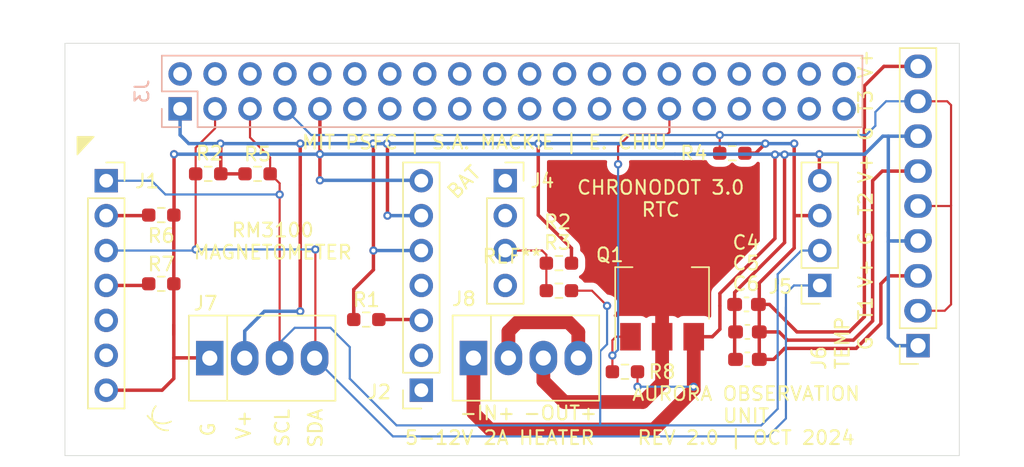
<source format=kicad_pcb>
(kicad_pcb (version 20171130) (host pcbnew "(5.1.10)-1")

  (general
    (thickness 1.6)
    (drawings 30)
    (tracks 241)
    (zones 0)
    (modules 24)
    (nets 55)
  )

  (page A4)
  (title_block
    (title "Aurora Observation Unit")
    (rev 2.0)
    (company "MIT Plasma Science and Fusion Center")
    (comment 1 "Engineer: E. CHIU")
  )

  (layers
    (0 F.Cu signal)
    (31 B.Cu signal)
    (32 B.Adhes user)
    (33 F.Adhes user)
    (34 B.Paste user)
    (35 F.Paste user)
    (36 B.SilkS user)
    (37 F.SilkS user)
    (38 B.Mask user)
    (39 F.Mask user)
    (40 Dwgs.User user)
    (41 Cmts.User user)
    (42 Eco1.User user)
    (43 Eco2.User user)
    (44 Edge.Cuts user)
    (45 Margin user)
    (46 B.CrtYd user)
    (47 F.CrtYd user)
    (48 B.Fab user)
    (49 F.Fab user)
  )

  (setup
    (last_trace_width 0.25)
    (user_trace_width 0.157)
    (user_trace_width 0.25)
    (user_trace_width 0.5)
    (user_trace_width 1)
    (trace_clearance 0.2)
    (zone_clearance 0.508)
    (zone_45_only no)
    (trace_min 0.157)
    (via_size 0.8)
    (via_drill 0.4)
    (via_min_size 0.4)
    (via_min_drill 0.3)
    (user_via 0.6 0.3)
    (user_via 1 0.6)
    (uvia_size 0.3)
    (uvia_drill 0.1)
    (uvias_allowed no)
    (uvia_min_size 0.2)
    (uvia_min_drill 0.1)
    (edge_width 0.05)
    (segment_width 0.2)
    (pcb_text_width 0.3)
    (pcb_text_size 1.5 1.5)
    (mod_edge_width 0.12)
    (mod_text_size 1 1)
    (mod_text_width 0.15)
    (pad_size 2 3.8)
    (pad_drill 0)
    (pad_to_mask_clearance 0)
    (aux_axis_origin 0 0)
    (visible_elements 7FFFFFFF)
    (pcbplotparams
      (layerselection 0x010fc_ffffffff)
      (usegerberextensions false)
      (usegerberattributes true)
      (usegerberadvancedattributes true)
      (creategerberjobfile true)
      (excludeedgelayer true)
      (linewidth 0.100000)
      (plotframeref false)
      (viasonmask false)
      (mode 1)
      (useauxorigin false)
      (hpglpennumber 1)
      (hpglpenspeed 20)
      (hpglpendiameter 15.000000)
      (psnegative false)
      (psa4output false)
      (plotreference true)
      (plotvalue true)
      (plotinvisibletext false)
      (padsonsilk false)
      (subtractmaskfromsilk false)
      (outputformat 1)
      (mirror false)
      (drillshape 1)
      (scaleselection 1)
      (outputdirectory ""))
  )

  (net 0 "")
  (net 1 GND)
  (net 2 +3V3)
  (net 3 /SCL)
  (net 4 "Net-(J1-Pad2)")
  (net 5 /SDA)
  (net 6 "Net-(J1-Pad4)")
  (net 7 /DRDY)
  (net 8 "Net-(J1-Pad6)")
  (net 9 "Net-(J2-Pad4)")
  (net 10 /I2C-EN)
  (net 11 "Net-(J2-Pad2)")
  (net 12 "Net-(J2-Pad1)")
  (net 13 "Net-(J3-Pad2)")
  (net 14 "Net-(J3-Pad4)")
  (net 15 /DQ)
  (net 16 "Net-(J3-Pad8)")
  (net 17 "Net-(J3-Pad10)")
  (net 18 "Net-(J3-Pad11)")
  (net 19 "Net-(J3-Pad12)")
  (net 20 "Net-(J3-Pad13)")
  (net 21 "Net-(J3-Pad14)")
  (net 22 "Net-(J3-Pad15)")
  (net 23 "Net-(J3-Pad16)")
  (net 24 "Net-(J3-Pad17)")
  (net 25 "Net-(J3-Pad18)")
  (net 26 "Net-(J3-Pad19)")
  (net 27 "Net-(J3-Pad20)")
  (net 28 "Net-(J3-Pad21)")
  (net 29 "Net-(J3-Pad22)")
  (net 30 "Net-(J3-Pad23)")
  (net 31 "Net-(J3-Pad24)")
  (net 32 "Net-(J3-Pad25)")
  (net 33 "Net-(J3-Pad26)")
  (net 34 "Net-(J3-Pad27)")
  (net 35 "Net-(J3-Pad28)")
  (net 36 "Net-(J3-Pad30)")
  (net 37 "Net-(J3-Pad31)")
  (net 38 "Net-(J3-Pad32)")
  (net 39 "Net-(J3-Pad33)")
  (net 40 "Net-(J3-Pad34)")
  (net 41 "Net-(J3-Pad35)")
  (net 42 "Net-(J3-Pad36)")
  (net 43 "Net-(J3-Pad37)")
  (net 44 "Net-(J3-Pad38)")
  (net 45 "Net-(J3-Pad39)")
  (net 46 "Net-(J3-Pad40)")
  (net 47 /BAT)
  (net 48 /SQW)
  (net 49 /32K)
  (net 50 /nRST)
  (net 51 "Net-(J3-Pad6)")
  (net 52 /HEATER+)
  (net 53 /HEATER-)
  (net 54 /HEATER_CTRL)

  (net_class Default "This is the default net class."
    (clearance 0.2)
    (trace_width 0.25)
    (via_dia 0.8)
    (via_drill 0.4)
    (uvia_dia 0.3)
    (uvia_drill 0.1)
    (add_net +3V3)
    (add_net /32K)
    (add_net /BAT)
    (add_net /DQ)
    (add_net /DRDY)
    (add_net /HEATER+)
    (add_net /HEATER-)
    (add_net /HEATER_CTRL)
    (add_net /I2C-EN)
    (add_net /SCL)
    (add_net /SDA)
    (add_net /SQW)
    (add_net /nRST)
    (add_net GND)
    (add_net "Net-(J1-Pad2)")
    (add_net "Net-(J1-Pad4)")
    (add_net "Net-(J1-Pad6)")
    (add_net "Net-(J2-Pad1)")
    (add_net "Net-(J2-Pad2)")
    (add_net "Net-(J2-Pad4)")
    (add_net "Net-(J3-Pad10)")
    (add_net "Net-(J3-Pad11)")
    (add_net "Net-(J3-Pad12)")
    (add_net "Net-(J3-Pad13)")
    (add_net "Net-(J3-Pad14)")
    (add_net "Net-(J3-Pad15)")
    (add_net "Net-(J3-Pad16)")
    (add_net "Net-(J3-Pad17)")
    (add_net "Net-(J3-Pad18)")
    (add_net "Net-(J3-Pad19)")
    (add_net "Net-(J3-Pad2)")
    (add_net "Net-(J3-Pad20)")
    (add_net "Net-(J3-Pad21)")
    (add_net "Net-(J3-Pad22)")
    (add_net "Net-(J3-Pad23)")
    (add_net "Net-(J3-Pad24)")
    (add_net "Net-(J3-Pad25)")
    (add_net "Net-(J3-Pad26)")
    (add_net "Net-(J3-Pad27)")
    (add_net "Net-(J3-Pad28)")
    (add_net "Net-(J3-Pad30)")
    (add_net "Net-(J3-Pad31)")
    (add_net "Net-(J3-Pad32)")
    (add_net "Net-(J3-Pad33)")
    (add_net "Net-(J3-Pad34)")
    (add_net "Net-(J3-Pad35)")
    (add_net "Net-(J3-Pad36)")
    (add_net "Net-(J3-Pad37)")
    (add_net "Net-(J3-Pad38)")
    (add_net "Net-(J3-Pad39)")
    (add_net "Net-(J3-Pad4)")
    (add_net "Net-(J3-Pad40)")
    (add_net "Net-(J3-Pad6)")
    (add_net "Net-(J3-Pad8)")
  )

  (module footprints:PI2W (layer F.Cu) (tedit 6706562C) (tstamp 6707A618)
    (at 62.5 45)
    (fp_text reference REF** (at 0 0.5) (layer F.SilkS)
      (effects (font (size 1 1) (thickness 0.15)))
    )
    (fp_text value PI2W (at 0 -0.5) (layer F.Fab)
      (effects (font (size 1 1) (thickness 0.15)))
    )
    (fp_line (start -32.5 -15) (end 32.5 -15) (layer F.CrtYd) (width 0.12))
    (fp_line (start 32.5 -15) (end 32.5 15) (layer F.CrtYd) (width 0.12))
    (fp_line (start 32.5 15) (end -32.5 15) (layer F.CrtYd) (width 0.12))
    (fp_line (start -32.5 15) (end -32.5 -15) (layer F.CrtYd) (width 0.12))
    (model "\"${frosty_3d}/Raspberry Pi Zero 2 W.STEP\""
      (offset (xyz 0 0 -9.5))
      (scale (xyz 1 1 1))
      (rotate (xyz -90 0 0))
    )
  )

  (module Resistor_SMD:R_0603_1608Metric_Pad0.98x0.95mm_HandSolder (layer F.Cu) (tedit 5F68FEEE) (tstamp 67074882)
    (at 70.7 53.9)
    (descr "Resistor SMD 0603 (1608 Metric), square (rectangular) end terminal, IPC_7351 nominal with elongated pad for handsoldering. (Body size source: IPC-SM-782 page 72, https://www.pcb-3d.com/wordpress/wp-content/uploads/ipc-sm-782a_amendment_1_and_2.pdf), generated with kicad-footprint-generator")
    (tags "resistor handsolder")
    (path /670B89E1)
    (attr smd)
    (fp_text reference R8 (at 2.7 0) (layer F.SilkS)
      (effects (font (size 1 1) (thickness 0.15)))
    )
    (fp_text value 4k7 (at 0 1.43) (layer F.Fab)
      (effects (font (size 1 1) (thickness 0.15)))
    )
    (fp_text user %R (at 0 0) (layer F.Fab)
      (effects (font (size 0.4 0.4) (thickness 0.06)))
    )
    (fp_line (start -0.8 0.4125) (end -0.8 -0.4125) (layer F.Fab) (width 0.1))
    (fp_line (start -0.8 -0.4125) (end 0.8 -0.4125) (layer F.Fab) (width 0.1))
    (fp_line (start 0.8 -0.4125) (end 0.8 0.4125) (layer F.Fab) (width 0.1))
    (fp_line (start 0.8 0.4125) (end -0.8 0.4125) (layer F.Fab) (width 0.1))
    (fp_line (start -0.254724 -0.5225) (end 0.254724 -0.5225) (layer F.SilkS) (width 0.12))
    (fp_line (start -0.254724 0.5225) (end 0.254724 0.5225) (layer F.SilkS) (width 0.12))
    (fp_line (start -1.65 0.73) (end -1.65 -0.73) (layer F.CrtYd) (width 0.05))
    (fp_line (start -1.65 -0.73) (end 1.65 -0.73) (layer F.CrtYd) (width 0.05))
    (fp_line (start 1.65 -0.73) (end 1.65 0.73) (layer F.CrtYd) (width 0.05))
    (fp_line (start 1.65 0.73) (end -1.65 0.73) (layer F.CrtYd) (width 0.05))
    (pad 2 smd roundrect (at 0.9125 0) (size 0.975 0.95) (layers F.Cu F.Paste F.Mask) (roundrect_rratio 0.25)
      (net 1 GND))
    (pad 1 smd roundrect (at -0.9125 0) (size 0.975 0.95) (layers F.Cu F.Paste F.Mask) (roundrect_rratio 0.25)
      (net 54 /HEATER_CTRL))
    (model ${KISYS3DMOD}/Resistor_SMD.3dshapes/R_0603_1608Metric.wrl
      (at (xyz 0 0 0))
      (scale (xyz 1 1 1))
      (rotate (xyz 0 0 0))
    )
  )

  (module Package_TO_SOT_SMD:SOT-223-3_TabPin2 (layer F.Cu) (tedit 67071FF3) (tstamp 67074010)
    (at 73.4 48.2 90)
    (descr "module CMS SOT223 4 pins")
    (tags "CMS SOT")
    (path /670A0D12)
    (attr smd)
    (fp_text reference Q1 (at 2.8 -3.8 180) (layer F.SilkS)
      (effects (font (size 1 1) (thickness 0.15)))
    )
    (fp_text value STN4NF03L (at 0 4.5 90) (layer F.Fab)
      (effects (font (size 1 1) (thickness 0.15)))
    )
    (fp_text user %R (at 0 0) (layer F.Fab)
      (effects (font (size 0.8 0.8) (thickness 0.12)))
    )
    (fp_line (start 1.91 3.41) (end 1.91 2.15) (layer F.SilkS) (width 0.12))
    (fp_line (start 1.91 -3.41) (end 1.91 -2.15) (layer F.SilkS) (width 0.12))
    (fp_line (start 4.4 -3.6) (end -4.4 -3.6) (layer F.CrtYd) (width 0.05))
    (fp_line (start 4.4 3.6) (end 4.4 -3.6) (layer F.CrtYd) (width 0.05))
    (fp_line (start -4.4 3.6) (end 4.4 3.6) (layer F.CrtYd) (width 0.05))
    (fp_line (start -4.4 -3.6) (end -4.4 3.6) (layer F.CrtYd) (width 0.05))
    (fp_line (start -1.85 -2.35) (end -0.85 -3.35) (layer F.Fab) (width 0.1))
    (fp_line (start -1.85 -2.35) (end -1.85 3.35) (layer F.Fab) (width 0.1))
    (fp_line (start -1.85 3.41) (end 1.91 3.41) (layer F.SilkS) (width 0.12))
    (fp_line (start -0.85 -3.35) (end 1.85 -3.35) (layer F.Fab) (width 0.1))
    (fp_line (start -4.1 -3.41) (end 1.91 -3.41) (layer F.SilkS) (width 0.12))
    (fp_line (start -1.85 3.35) (end 1.85 3.35) (layer F.Fab) (width 0.1))
    (fp_line (start 1.85 -3.35) (end 1.85 3.35) (layer F.Fab) (width 0.1))
    (pad 1 smd rect (at -3.15 -2.3 90) (size 2 1.5) (layers F.Cu F.Paste F.Mask)
      (net 54 /HEATER_CTRL))
    (pad 3 smd rect (at -3.15 2.3 90) (size 2 1.5) (layers F.Cu F.Paste F.Mask)
      (net 1 GND))
    (pad 2 smd rect (at -3.15 0 90) (size 2 1.5) (layers F.Cu F.Paste F.Mask)
      (net 53 /HEATER-))
    (pad 2 smd rect (at 3.15 0 90) (size 2 3.8) (layers F.Cu F.Paste F.Mask)
      (net 53 /HEATER-) (zone_connect 2))
    (model ${KISYS3DMOD}/Package_TO_SOT_SMD.3dshapes/SOT-223.wrl
      (at (xyz 0 0 0))
      (scale (xyz 1 1 1))
      (rotate (xyz 0 0 0))
    )
  )

  (module footprints:1725672 locked (layer F.Cu) (tedit 663D7CF1) (tstamp 67073FFA)
    (at 63.5 52.9)
    (descr "Phoenix 1725672 4-pin 2.54mm Pitch Screw Terminal Block 0.5mm^2")
    (tags "screw terminal block 4 pin")
    (path /670933E0)
    (fp_text reference J8 (at -4.5 -4.3) (layer F.SilkS)
      (effects (font (size 1 1) (thickness 0.15)))
    )
    (fp_text value Screw_Terminal_01x04 (at 0 -4.1) (layer F.Fab)
      (effects (font (size 1 1) (thickness 0.15)))
    )
    (fp_text user %R (at 0 0) (layer F.Fab)
      (effects (font (size 1 1) (thickness 0.15)))
    )
    (fp_line (start -5.05 1.5) (end -5.05 -1.5) (layer F.Fab) (width 0.1))
    (fp_line (start 5.05 1.5) (end -5.05 1.5) (layer F.Fab) (width 0.1))
    (fp_line (start 5.05 -1.5) (end 5.05 1.5) (layer F.Fab) (width 0.1))
    (fp_line (start -5.05 -1.5) (end 5.05 -1.5) (layer F.Fab) (width 0.1))
    (fp_line (start -5.325 -3.1) (end 5.325 -3.1) (layer F.SilkS) (width 0.12))
    (fp_line (start 5.325 -3.1) (end 5.325 3.1) (layer F.SilkS) (width 0.12))
    (fp_line (start 5.325 3.1) (end -5.325 3.1) (layer F.SilkS) (width 0.12))
    (fp_line (start -5.325 3.1) (end -5.325 -3.1) (layer F.SilkS) (width 0.12))
    (fp_line (start -2.54 -3.1) (end -2.54 3.1) (layer F.SilkS) (width 0.12))
    (fp_line (start -5.06 -1.5) (end 5.06 -1.5) (layer F.CrtYd) (width 0.05))
    (fp_line (start 5.06 -1.5) (end 5.06 1.5) (layer F.CrtYd) (width 0.05))
    (fp_line (start 5.06 1.5) (end -5.06 1.5) (layer F.CrtYd) (width 0.05))
    (fp_line (start -5.06 1.5) (end -5.06 -1.5) (layer F.CrtYd) (width 0.05))
    (pad 4 thru_hole oval (at 3.81 0) (size 2 2.5) (drill 1.1) (layers *.Cu *.Mask)
      (net 52 /HEATER+))
    (pad 3 thru_hole oval (at 1.27 0) (size 2 2.5) (drill 1.1) (layers *.Cu *.Mask)
      (net 53 /HEATER-))
    (pad 2 thru_hole oval (at -1.27 0) (size 2 2.5) (drill 1.1) (layers *.Cu *.Mask)
      (net 52 /HEATER+))
    (pad 1 thru_hole rect (at -3.81 0) (size 2 2.5) (drill 1.1) (layers *.Cu *.Mask)
      (net 1 GND))
    (model ${LIBRARY2}/1725672.stp
      (offset (xyz -5.26 -3.09 0))
      (scale (xyz 1 1 1))
      (rotate (xyz 0 0 0))
    )
  )

  (module MountingHole:MountingHole_2.5mm locked (layer F.Cu) (tedit 56D1B4CB) (tstamp 67070E0B)
    (at 33.5 33.5)
    (descr "Mounting Hole 2.5mm, no annular")
    (tags "mounting hole 2.5mm no annular")
    (attr virtual)
    (fp_text reference REF** (at 0 -3.5) (layer F.SilkS) hide
      (effects (font (size 1 1) (thickness 0.15)))
    )
    (fp_text value MountingHole_2.5mm (at 0 3.5) (layer F.Fab)
      (effects (font (size 1 1) (thickness 0.15)))
    )
    (fp_text user %R (at 0.3 0) (layer F.Fab)
      (effects (font (size 1 1) (thickness 0.15)))
    )
    (fp_circle (center 0 0) (end 2.5 0) (layer Cmts.User) (width 0.15))
    (fp_circle (center 0 0) (end 2.75 0) (layer F.CrtYd) (width 0.05))
    (pad 1 np_thru_hole circle (at 0 0) (size 2.5 2.5) (drill 2.5) (layers *.Cu *.Mask))
  )

  (module MountingHole:MountingHole_2.5mm locked (layer F.Cu) (tedit 56D1B4CB) (tstamp 67070DE0)
    (at 91.5 56.5)
    (descr "Mounting Hole 2.5mm, no annular")
    (tags "mounting hole 2.5mm no annular")
    (attr virtual)
    (fp_text reference REF** (at 0 -3.5) (layer F.SilkS) hide
      (effects (font (size 1 1) (thickness 0.15)))
    )
    (fp_text value MountingHole_2.5mm (at 0 3.5) (layer F.Fab)
      (effects (font (size 1 1) (thickness 0.15)))
    )
    (fp_text user %R (at 0.3 0) (layer F.Fab)
      (effects (font (size 1 1) (thickness 0.15)))
    )
    (fp_circle (center 0 0) (end 2.5 0) (layer Cmts.User) (width 0.15))
    (fp_circle (center 0 0) (end 2.75 0) (layer F.CrtYd) (width 0.05))
    (pad 1 np_thru_hole circle (at 0 0) (size 2.5 2.5) (drill 2.5) (layers *.Cu *.Mask))
  )

  (module Capacitor_SMD:C_0603_1608Metric_Pad1.08x0.95mm_HandSolder (layer F.Cu) (tedit 5F68FEEF) (tstamp 67070D1A)
    (at 79.6 53 180)
    (descr "Capacitor SMD 0603 (1608 Metric), square (rectangular) end terminal, IPC_7351 nominal with elongated pad for handsoldering. (Body size source: IPC-SM-782 page 76, https://www.pcb-3d.com/wordpress/wp-content/uploads/ipc-sm-782a_amendment_1_and_2.pdf), generated with kicad-footprint-generator")
    (tags "capacitor handsolder")
    (path /6708F4F3)
    (attr smd)
    (fp_text reference C6 (at 0.1 5.5) (layer F.SilkS)
      (effects (font (size 1 1) (thickness 0.15)))
    )
    (fp_text value 0.1uF (at 0 0) (layer F.Fab)
      (effects (font (size 1 1) (thickness 0.15)))
    )
    (fp_line (start 1.65 0.73) (end -1.65 0.73) (layer F.CrtYd) (width 0.05))
    (fp_line (start 1.65 -0.73) (end 1.65 0.73) (layer F.CrtYd) (width 0.05))
    (fp_line (start -1.65 -0.73) (end 1.65 -0.73) (layer F.CrtYd) (width 0.05))
    (fp_line (start -1.65 0.73) (end -1.65 -0.73) (layer F.CrtYd) (width 0.05))
    (fp_line (start -0.146267 0.51) (end 0.146267 0.51) (layer F.SilkS) (width 0.12))
    (fp_line (start -0.146267 -0.51) (end 0.146267 -0.51) (layer F.SilkS) (width 0.12))
    (fp_line (start 0.8 0.4) (end -0.8 0.4) (layer F.Fab) (width 0.1))
    (fp_line (start 0.8 -0.4) (end 0.8 0.4) (layer F.Fab) (width 0.1))
    (fp_line (start -0.8 -0.4) (end 0.8 -0.4) (layer F.Fab) (width 0.1))
    (fp_line (start -0.8 0.4) (end -0.8 -0.4) (layer F.Fab) (width 0.1))
    (fp_text user %R (at 0 0) (layer F.Fab)
      (effects (font (size 0.4 0.4) (thickness 0.06)))
    )
    (pad 2 smd roundrect (at 0.8625 0 180) (size 1.075 0.95) (layers F.Cu F.Paste F.Mask) (roundrect_rratio 0.25)
      (net 1 GND))
    (pad 1 smd roundrect (at -0.8625 0 180) (size 1.075 0.95) (layers F.Cu F.Paste F.Mask) (roundrect_rratio 0.25)
      (net 2 +3V3))
    (model ${KISYS3DMOD}/Capacitor_SMD.3dshapes/C_0603_1608Metric.wrl
      (at (xyz 0 0 0))
      (scale (xyz 1 1 1))
      (rotate (xyz 0 0 0))
    )
  )

  (module Capacitor_SMD:C_0603_1608Metric_Pad1.08x0.95mm_HandSolder (layer F.Cu) (tedit 5F68FEEF) (tstamp 67070D09)
    (at 79.6 51 180)
    (descr "Capacitor SMD 0603 (1608 Metric), square (rectangular) end terminal, IPC_7351 nominal with elongated pad for handsoldering. (Body size source: IPC-SM-782 page 76, https://www.pcb-3d.com/wordpress/wp-content/uploads/ipc-sm-782a_amendment_1_and_2.pdf), generated with kicad-footprint-generator")
    (tags "capacitor handsolder")
    (path /67126690)
    (attr smd)
    (fp_text reference C5 (at 0.1 5) (layer F.SilkS)
      (effects (font (size 1 1) (thickness 0.15)))
    )
    (fp_text value 0.1uF (at 0 0) (layer F.Fab)
      (effects (font (size 1 1) (thickness 0.15)))
    )
    (fp_line (start 1.65 0.73) (end -1.65 0.73) (layer F.CrtYd) (width 0.05))
    (fp_line (start 1.65 -0.73) (end 1.65 0.73) (layer F.CrtYd) (width 0.05))
    (fp_line (start -1.65 -0.73) (end 1.65 -0.73) (layer F.CrtYd) (width 0.05))
    (fp_line (start -1.65 0.73) (end -1.65 -0.73) (layer F.CrtYd) (width 0.05))
    (fp_line (start -0.146267 0.51) (end 0.146267 0.51) (layer F.SilkS) (width 0.12))
    (fp_line (start -0.146267 -0.51) (end 0.146267 -0.51) (layer F.SilkS) (width 0.12))
    (fp_line (start 0.8 0.4) (end -0.8 0.4) (layer F.Fab) (width 0.1))
    (fp_line (start 0.8 -0.4) (end 0.8 0.4) (layer F.Fab) (width 0.1))
    (fp_line (start -0.8 -0.4) (end 0.8 -0.4) (layer F.Fab) (width 0.1))
    (fp_line (start -0.8 0.4) (end -0.8 -0.4) (layer F.Fab) (width 0.1))
    (fp_text user %R (at 0 0) (layer F.Fab)
      (effects (font (size 0.4 0.4) (thickness 0.06)))
    )
    (pad 2 smd roundrect (at 0.8625 0 180) (size 1.075 0.95) (layers F.Cu F.Paste F.Mask) (roundrect_rratio 0.25)
      (net 1 GND))
    (pad 1 smd roundrect (at -0.8625 0 180) (size 1.075 0.95) (layers F.Cu F.Paste F.Mask) (roundrect_rratio 0.25)
      (net 2 +3V3))
    (model ${KISYS3DMOD}/Capacitor_SMD.3dshapes/C_0603_1608Metric.wrl
      (at (xyz 0 0 0))
      (scale (xyz 1 1 1))
      (rotate (xyz 0 0 0))
    )
  )

  (module Capacitor_SMD:C_0603_1608Metric_Pad1.08x0.95mm_HandSolder (layer F.Cu) (tedit 5F68FEEF) (tstamp 67071514)
    (at 79.5352 49 180)
    (descr "Capacitor SMD 0603 (1608 Metric), square (rectangular) end terminal, IPC_7351 nominal with elongated pad for handsoldering. (Body size source: IPC-SM-782 page 76, https://www.pcb-3d.com/wordpress/wp-content/uploads/ipc-sm-782a_amendment_1_and_2.pdf), generated with kicad-footprint-generator")
    (tags "capacitor handsolder")
    (path /67113409)
    (attr smd)
    (fp_text reference C4 (at 0.0352 4.5) (layer F.SilkS)
      (effects (font (size 1 1) (thickness 0.15)))
    )
    (fp_text value 0.1uF (at -0.0648 0) (layer F.Fab)
      (effects (font (size 1 1) (thickness 0.15)))
    )
    (fp_line (start 1.65 0.73) (end -1.65 0.73) (layer F.CrtYd) (width 0.05))
    (fp_line (start 1.65 -0.73) (end 1.65 0.73) (layer F.CrtYd) (width 0.05))
    (fp_line (start -1.65 -0.73) (end 1.65 -0.73) (layer F.CrtYd) (width 0.05))
    (fp_line (start -1.65 0.73) (end -1.65 -0.73) (layer F.CrtYd) (width 0.05))
    (fp_line (start -0.146267 0.51) (end 0.146267 0.51) (layer F.SilkS) (width 0.12))
    (fp_line (start -0.146267 -0.51) (end 0.146267 -0.51) (layer F.SilkS) (width 0.12))
    (fp_line (start 0.8 0.4) (end -0.8 0.4) (layer F.Fab) (width 0.1))
    (fp_line (start 0.8 -0.4) (end 0.8 0.4) (layer F.Fab) (width 0.1))
    (fp_line (start -0.8 -0.4) (end 0.8 -0.4) (layer F.Fab) (width 0.1))
    (fp_line (start -0.8 0.4) (end -0.8 -0.4) (layer F.Fab) (width 0.1))
    (fp_text user %R (at -0.0648 0) (layer F.Fab)
      (effects (font (size 0.4 0.4) (thickness 0.06)))
    )
    (pad 2 smd roundrect (at 0.8625 0 180) (size 1.075 0.95) (layers F.Cu F.Paste F.Mask) (roundrect_rratio 0.25)
      (net 1 GND))
    (pad 1 smd roundrect (at -0.8625 0 180) (size 1.075 0.95) (layers F.Cu F.Paste F.Mask) (roundrect_rratio 0.25)
      (net 2 +3V3))
    (model ${KISYS3DMOD}/Capacitor_SMD.3dshapes/C_0603_1608Metric.wrl
      (at (xyz 0 0 0))
      (scale (xyz 1 1 1))
      (rotate (xyz 0 0 0))
    )
  )

  (module Resistor_SMD:R_0603_1608Metric_Pad0.98x0.95mm_HandSolder (layer F.Cu) (tedit 5F68FEEE) (tstamp 6707184A)
    (at 37 47.5)
    (descr "Resistor SMD 0603 (1608 Metric), square (rectangular) end terminal, IPC_7351 nominal with elongated pad for handsoldering. (Body size source: IPC-SM-782 page 72, https://www.pcb-3d.com/wordpress/wp-content/uploads/ipc-sm-782a_amendment_1_and_2.pdf), generated with kicad-footprint-generator")
    (tags "resistor handsolder")
    (path /670B6ABA)
    (attr smd)
    (fp_text reference R7 (at 0 -1.43) (layer F.SilkS)
      (effects (font (size 1 1) (thickness 0.15)))
    )
    (fp_text value 0 (at 0 0) (layer F.Fab)
      (effects (font (size 1 1) (thickness 0.15)))
    )
    (fp_line (start 1.65 0.73) (end -1.65 0.73) (layer F.CrtYd) (width 0.05))
    (fp_line (start 1.65 -0.73) (end 1.65 0.73) (layer F.CrtYd) (width 0.05))
    (fp_line (start -1.65 -0.73) (end 1.65 -0.73) (layer F.CrtYd) (width 0.05))
    (fp_line (start -1.65 0.73) (end -1.65 -0.73) (layer F.CrtYd) (width 0.05))
    (fp_line (start -0.254724 0.5225) (end 0.254724 0.5225) (layer F.SilkS) (width 0.12))
    (fp_line (start -0.254724 -0.5225) (end 0.254724 -0.5225) (layer F.SilkS) (width 0.12))
    (fp_line (start 0.8 0.4125) (end -0.8 0.4125) (layer F.Fab) (width 0.1))
    (fp_line (start 0.8 -0.4125) (end 0.8 0.4125) (layer F.Fab) (width 0.1))
    (fp_line (start -0.8 -0.4125) (end 0.8 -0.4125) (layer F.Fab) (width 0.1))
    (fp_line (start -0.8 0.4125) (end -0.8 -0.4125) (layer F.Fab) (width 0.1))
    (fp_text user %R (at 0 0) (layer F.Fab)
      (effects (font (size 0.4 0.4) (thickness 0.06)))
    )
    (pad 2 smd roundrect (at 0.9125 0) (size 0.975 0.95) (layers F.Cu F.Paste F.Mask) (roundrect_rratio 0.25)
      (net 1 GND))
    (pad 1 smd roundrect (at -0.9125 0) (size 0.975 0.95) (layers F.Cu F.Paste F.Mask) (roundrect_rratio 0.25)
      (net 6 "Net-(J1-Pad4)"))
    (model ${KISYS3DMOD}/Resistor_SMD.3dshapes/R_0603_1608Metric.wrl
      (at (xyz 0 0 0))
      (scale (xyz 1 1 1))
      (rotate (xyz 0 0 0))
    )
  )

  (module Resistor_SMD:R_0603_1608Metric_Pad0.98x0.95mm_HandSolder (layer F.Cu) (tedit 5F68FEEE) (tstamp 6707178A)
    (at 37 42.5)
    (descr "Resistor SMD 0603 (1608 Metric), square (rectangular) end terminal, IPC_7351 nominal with elongated pad for handsoldering. (Body size source: IPC-SM-782 page 72, https://www.pcb-3d.com/wordpress/wp-content/uploads/ipc-sm-782a_amendment_1_and_2.pdf), generated with kicad-footprint-generator")
    (tags "resistor handsolder")
    (path /670B327D)
    (attr smd)
    (fp_text reference R6 (at 0 1.5) (layer F.SilkS)
      (effects (font (size 1 1) (thickness 0.15)))
    )
    (fp_text value 0 (at 0 0) (layer F.Fab)
      (effects (font (size 1 1) (thickness 0.15)))
    )
    (fp_line (start 1.65 0.73) (end -1.65 0.73) (layer F.CrtYd) (width 0.05))
    (fp_line (start 1.65 -0.73) (end 1.65 0.73) (layer F.CrtYd) (width 0.05))
    (fp_line (start -1.65 -0.73) (end 1.65 -0.73) (layer F.CrtYd) (width 0.05))
    (fp_line (start -1.65 0.73) (end -1.65 -0.73) (layer F.CrtYd) (width 0.05))
    (fp_line (start -0.254724 0.5225) (end 0.254724 0.5225) (layer F.SilkS) (width 0.12))
    (fp_line (start -0.254724 -0.5225) (end 0.254724 -0.5225) (layer F.SilkS) (width 0.12))
    (fp_line (start 0.8 0.4125) (end -0.8 0.4125) (layer F.Fab) (width 0.1))
    (fp_line (start 0.8 -0.4125) (end 0.8 0.4125) (layer F.Fab) (width 0.1))
    (fp_line (start -0.8 -0.4125) (end 0.8 -0.4125) (layer F.Fab) (width 0.1))
    (fp_line (start -0.8 0.4125) (end -0.8 -0.4125) (layer F.Fab) (width 0.1))
    (fp_text user %R (at 0 0) (layer F.Fab)
      (effects (font (size 0.4 0.4) (thickness 0.06)))
    )
    (pad 2 smd roundrect (at 0.9125 0) (size 0.975 0.95) (layers F.Cu F.Paste F.Mask) (roundrect_rratio 0.25)
      (net 1 GND))
    (pad 1 smd roundrect (at -0.9125 0) (size 0.975 0.95) (layers F.Cu F.Paste F.Mask) (roundrect_rratio 0.25)
      (net 4 "Net-(J1-Pad2)"))
    (model ${KISYS3DMOD}/Resistor_SMD.3dshapes/R_0603_1608Metric.wrl
      (at (xyz 0 0 0))
      (scale (xyz 1 1 1))
      (rotate (xyz 0 0 0))
    )
  )

  (module Resistor_SMD:R_0603_1608Metric_Pad0.98x0.95mm_HandSolder (layer F.Cu) (tedit 5F68FEEE) (tstamp 670708C8)
    (at 44 39.5)
    (descr "Resistor SMD 0603 (1608 Metric), square (rectangular) end terminal, IPC_7351 nominal with elongated pad for handsoldering. (Body size source: IPC-SM-782 page 72, https://www.pcb-3d.com/wordpress/wp-content/uploads/ipc-sm-782a_amendment_1_and_2.pdf), generated with kicad-footprint-generator")
    (tags "resistor handsolder")
    (path /6708741A)
    (attr smd)
    (fp_text reference R5 (at 0 -1.43) (layer F.SilkS)
      (effects (font (size 1 1) (thickness 0.15)))
    )
    (fp_text value 4k7 (at 0 0) (layer F.Fab)
      (effects (font (size 1 1) (thickness 0.15)))
    )
    (fp_line (start 1.65 0.73) (end -1.65 0.73) (layer F.CrtYd) (width 0.05))
    (fp_line (start 1.65 -0.73) (end 1.65 0.73) (layer F.CrtYd) (width 0.05))
    (fp_line (start -1.65 -0.73) (end 1.65 -0.73) (layer F.CrtYd) (width 0.05))
    (fp_line (start -1.65 0.73) (end -1.65 -0.73) (layer F.CrtYd) (width 0.05))
    (fp_line (start -0.254724 0.5225) (end 0.254724 0.5225) (layer F.SilkS) (width 0.12))
    (fp_line (start -0.254724 -0.5225) (end 0.254724 -0.5225) (layer F.SilkS) (width 0.12))
    (fp_line (start 0.8 0.4125) (end -0.8 0.4125) (layer F.Fab) (width 0.1))
    (fp_line (start 0.8 -0.4125) (end 0.8 0.4125) (layer F.Fab) (width 0.1))
    (fp_line (start -0.8 -0.4125) (end 0.8 -0.4125) (layer F.Fab) (width 0.1))
    (fp_line (start -0.8 0.4125) (end -0.8 -0.4125) (layer F.Fab) (width 0.1))
    (fp_text user %R (at 0 0) (layer F.Fab)
      (effects (font (size 0.4 0.4) (thickness 0.06)))
    )
    (pad 2 smd roundrect (at 0.9125 0) (size 0.975 0.95) (layers F.Cu F.Paste F.Mask) (roundrect_rratio 0.25)
      (net 3 /SCL))
    (pad 1 smd roundrect (at -0.9125 0) (size 0.975 0.95) (layers F.Cu F.Paste F.Mask) (roundrect_rratio 0.25)
      (net 2 +3V3))
    (model ${KISYS3DMOD}/Resistor_SMD.3dshapes/R_0603_1608Metric.wrl
      (at (xyz 0 0 0))
      (scale (xyz 1 1 1))
      (rotate (xyz 0 0 0))
    )
  )

  (module Resistor_SMD:R_0603_1608Metric_Pad0.98x0.95mm_HandSolder (layer F.Cu) (tedit 5F68FEEE) (tstamp 67071A32)
    (at 40.4125 39.5 180)
    (descr "Resistor SMD 0603 (1608 Metric), square (rectangular) end terminal, IPC_7351 nominal with elongated pad for handsoldering. (Body size source: IPC-SM-782 page 72, https://www.pcb-3d.com/wordpress/wp-content/uploads/ipc-sm-782a_amendment_1_and_2.pdf), generated with kicad-footprint-generator")
    (tags "resistor handsolder")
    (path /67078624)
    (attr smd)
    (fp_text reference R2 (at -0.0875 1.5) (layer F.SilkS)
      (effects (font (size 1 1) (thickness 0.15)))
    )
    (fp_text value 4k7 (at 0 0) (layer F.Fab)
      (effects (font (size 1 1) (thickness 0.15)))
    )
    (fp_line (start 1.65 0.73) (end -1.65 0.73) (layer F.CrtYd) (width 0.05))
    (fp_line (start 1.65 -0.73) (end 1.65 0.73) (layer F.CrtYd) (width 0.05))
    (fp_line (start -1.65 -0.73) (end 1.65 -0.73) (layer F.CrtYd) (width 0.05))
    (fp_line (start -1.65 0.73) (end -1.65 -0.73) (layer F.CrtYd) (width 0.05))
    (fp_line (start -0.254724 0.5225) (end 0.254724 0.5225) (layer F.SilkS) (width 0.12))
    (fp_line (start -0.254724 -0.5225) (end 0.254724 -0.5225) (layer F.SilkS) (width 0.12))
    (fp_line (start 0.8 0.4125) (end -0.8 0.4125) (layer F.Fab) (width 0.1))
    (fp_line (start 0.8 -0.4125) (end 0.8 0.4125) (layer F.Fab) (width 0.1))
    (fp_line (start -0.8 -0.4125) (end 0.8 -0.4125) (layer F.Fab) (width 0.1))
    (fp_line (start -0.8 0.4125) (end -0.8 -0.4125) (layer F.Fab) (width 0.1))
    (fp_text user %R (at 0 0) (layer F.Fab)
      (effects (font (size 0.4 0.4) (thickness 0.06)))
    )
    (pad 2 smd roundrect (at 0.9125 0 180) (size 0.975 0.95) (layers F.Cu F.Paste F.Mask) (roundrect_rratio 0.25)
      (net 5 /SDA))
    (pad 1 smd roundrect (at -0.9125 0 180) (size 0.975 0.95) (layers F.Cu F.Paste F.Mask) (roundrect_rratio 0.25)
      (net 2 +3V3))
    (model ${KISYS3DMOD}/Resistor_SMD.3dshapes/R_0603_1608Metric.wrl
      (at (xyz 0 0 0))
      (scale (xyz 1 1 1))
      (rotate (xyz 0 0 0))
    )
  )

  (module footprints:1725672 (layer F.Cu) (tedit 663D7CF1) (tstamp 670711FB)
    (at 44.334 52.9082)
    (descr "Phoenix 1725672 4-pin 2.54mm Pitch Screw Terminal Block 0.5mm^2")
    (tags "screw terminal block 4 pin")
    (path /670AE594)
    (fp_text reference J7 (at -4.1148 -3.9878) (layer F.SilkS)
      (effects (font (size 1 1) (thickness 0.15)))
    )
    (fp_text value Screw_Terminal_01x04 (at 0 -4.1) (layer F.Fab)
      (effects (font (size 1 1) (thickness 0.15)))
    )
    (fp_line (start -5.06 1.5) (end -5.06 -1.5) (layer F.CrtYd) (width 0.05))
    (fp_line (start 5.06 1.5) (end -5.06 1.5) (layer F.CrtYd) (width 0.05))
    (fp_line (start 5.06 -1.5) (end 5.06 1.5) (layer F.CrtYd) (width 0.05))
    (fp_line (start -5.06 -1.5) (end 5.06 -1.5) (layer F.CrtYd) (width 0.05))
    (fp_line (start -2.54 -3.1) (end -2.54 3.1) (layer F.SilkS) (width 0.12))
    (fp_line (start -5.325 3.1) (end -5.325 -3.1) (layer F.SilkS) (width 0.12))
    (fp_line (start 5.325 3.1) (end -5.325 3.1) (layer F.SilkS) (width 0.12))
    (fp_line (start 5.325 -3.1) (end 5.325 3.1) (layer F.SilkS) (width 0.12))
    (fp_line (start -5.325 -3.1) (end 5.325 -3.1) (layer F.SilkS) (width 0.12))
    (fp_line (start -5.05 -1.5) (end 5.05 -1.5) (layer F.Fab) (width 0.1))
    (fp_line (start 5.05 -1.5) (end 5.05 1.5) (layer F.Fab) (width 0.1))
    (fp_line (start 5.05 1.5) (end -5.05 1.5) (layer F.Fab) (width 0.1))
    (fp_line (start -5.05 1.5) (end -5.05 -1.5) (layer F.Fab) (width 0.1))
    (fp_text user %R (at 0 0) (layer F.Fab)
      (effects (font (size 1 1) (thickness 0.15)))
    )
    (pad 4 thru_hole oval (at 3.81 0) (size 2 2.5) (drill 1.1) (layers *.Cu *.Mask)
      (net 5 /SDA))
    (pad 3 thru_hole oval (at 1.27 0) (size 2 2.5) (drill 1.1) (layers *.Cu *.Mask)
      (net 3 /SCL))
    (pad 2 thru_hole oval (at -1.27 0) (size 2 2.5) (drill 1.1) (layers *.Cu *.Mask)
      (net 2 +3V3))
    (pad 1 thru_hole rect (at -3.81 0) (size 2 2.5) (drill 1.1) (layers *.Cu *.Mask)
      (net 1 GND))
    (model ${LIBRARY2}/1725672.stp
      (offset (xyz -5.26 -3.09 0))
      (scale (xyz 1 1 1))
      (rotate (xyz 0 0 0))
    )
  )

  (module footprints:282834-9 locked (layer F.Cu) (tedit 67064D19) (tstamp 6706D9C7)
    (at 92 52 180)
    (descr "TERM BLK 9P SIDE ENT 2.54MM PCB")
    (tags "Through hole terminal strip THT 1x09 2.54mm single row")
    (path /670741F8)
    (fp_text reference J6 (at 7.2 -0.9 90) (layer F.SilkS)
      (effects (font (size 1 1) (thickness 0.15)))
    )
    (fp_text value Conn_01x09_Female (at 0 23.09) (layer F.Fab)
      (effects (font (size 1 1) (thickness 0.15)))
    )
    (fp_line (start -1.8 22.1) (end -1.8 -1.8) (layer F.CrtYd) (width 0.05))
    (fp_line (start 1.75 22.1) (end -1.8 22.1) (layer F.CrtYd) (width 0.05))
    (fp_line (start 1.75 -1.8) (end 1.75 22.1) (layer F.CrtYd) (width 0.05))
    (fp_line (start -1.8 -1.8) (end 1.75 -1.8) (layer F.CrtYd) (width 0.05))
    (fp_line (start 0 -1.33) (end 1.33 -1.33) (layer F.SilkS) (width 0.12))
    (fp_line (start 1.33 -1.33) (end 1.33 0) (layer F.SilkS) (width 0.12))
    (fp_line (start 1.33 1.27) (end 1.33 21.65) (layer F.SilkS) (width 0.12))
    (fp_line (start -1.33 21.65) (end 1.33 21.65) (layer F.SilkS) (width 0.12))
    (fp_line (start -1.33 1.27) (end -1.33 21.65) (layer F.SilkS) (width 0.12))
    (fp_line (start -1.33 1.27) (end 1.33 1.27) (layer F.SilkS) (width 0.12))
    (fp_line (start -1.27 21.59) (end -1.27 -1.27) (layer F.Fab) (width 0.1))
    (fp_line (start 1.27 21.59) (end -1.27 21.59) (layer F.Fab) (width 0.1))
    (fp_line (start 1.27 -0.635) (end 1.27 21.59) (layer F.Fab) (width 0.1))
    (fp_line (start 0.635 -1.27) (end 1.27 -0.635) (layer F.Fab) (width 0.1))
    (fp_line (start -1.27 -1.27) (end 0.635 -1.27) (layer F.Fab) (width 0.1))
    (fp_text user %R (at 0 10.16 90) (layer F.Fab)
      (effects (font (size 1 1) (thickness 0.15)))
    )
    (pad 1 thru_hole rect (at 0 0 180) (size 1.7 1.7) (drill 1.1) (layers *.Cu *.Mask)
      (net 1 GND))
    (pad 2 thru_hole oval (at 0 2.54 180) (size 2 1.7) (drill 1.1) (layers *.Cu *.Mask)
      (net 15 /DQ))
    (pad 3 thru_hole oval (at 0 5.08 180) (size 2 1.7) (drill 1.1) (layers *.Cu *.Mask)
      (net 2 +3V3))
    (pad 4 thru_hole oval (at 0 7.62 180) (size 2 1.7) (drill 1.1) (layers *.Cu *.Mask)
      (net 1 GND))
    (pad 5 thru_hole oval (at 0 10.16 180) (size 2 1.7) (drill 1.1) (layers *.Cu *.Mask)
      (net 15 /DQ))
    (pad 6 thru_hole oval (at 0 12.7 180) (size 2 1.7) (drill 1.1) (layers *.Cu *.Mask)
      (net 2 +3V3))
    (pad 7 thru_hole oval (at 0 15.24 180) (size 2 1.7) (drill 1.1) (layers *.Cu *.Mask)
      (net 1 GND))
    (pad 8 thru_hole oval (at 0 17.78 180) (size 2 1.7) (drill 1.1) (layers *.Cu *.Mask)
      (net 15 /DQ))
    (pad 9 thru_hole oval (at 0 20.32 180) (size 2 1.7) (drill 1.1) (layers *.Cu *.Mask)
      (net 2 +3V3))
    (model ${frosty_3d}/c-282834-9-c-3d.stp
      (offset (xyz -3.2 -10.15 2.5))
      (scale (xyz 1 1 1))
      (rotate (xyz -90 0 90))
    )
  )

  (module Connector_PinSocket_2.54mm:PinSocket_1x04_P2.54mm_Vertical (layer F.Cu) (tedit 5A19A429) (tstamp 6706E09C)
    (at 84.86 47.62 180)
    (descr "Through hole straight socket strip, 1x04, 2.54mm pitch, single row (from Kicad 4.0.7), script generated")
    (tags "Through hole socket strip THT 1x04 2.54mm single row")
    (path /67073716)
    (fp_text reference J5 (at 2.86 -0.08) (layer F.SilkS)
      (effects (font (size 1 1) (thickness 0.15)))
    )
    (fp_text value Conn_01x04_Female (at 0 10.39) (layer F.Fab)
      (effects (font (size 1 1) (thickness 0.15)))
    )
    (fp_line (start -1.8 9.4) (end -1.8 -1.8) (layer F.CrtYd) (width 0.05))
    (fp_line (start 1.75 9.4) (end -1.8 9.4) (layer F.CrtYd) (width 0.05))
    (fp_line (start 1.75 -1.8) (end 1.75 9.4) (layer F.CrtYd) (width 0.05))
    (fp_line (start -1.8 -1.8) (end 1.75 -1.8) (layer F.CrtYd) (width 0.05))
    (fp_line (start 0 -1.33) (end 1.33 -1.33) (layer F.SilkS) (width 0.12))
    (fp_line (start 1.33 -1.33) (end 1.33 0) (layer F.SilkS) (width 0.12))
    (fp_line (start 1.33 1.27) (end 1.33 8.95) (layer F.SilkS) (width 0.12))
    (fp_line (start -1.33 8.95) (end 1.33 8.95) (layer F.SilkS) (width 0.12))
    (fp_line (start -1.33 1.27) (end -1.33 8.95) (layer F.SilkS) (width 0.12))
    (fp_line (start -1.33 1.27) (end 1.33 1.27) (layer F.SilkS) (width 0.12))
    (fp_line (start -1.27 8.89) (end -1.27 -1.27) (layer F.Fab) (width 0.1))
    (fp_line (start 1.27 8.89) (end -1.27 8.89) (layer F.Fab) (width 0.1))
    (fp_line (start 1.27 -0.635) (end 1.27 8.89) (layer F.Fab) (width 0.1))
    (fp_line (start 0.635 -1.27) (end 1.27 -0.635) (layer F.Fab) (width 0.1))
    (fp_line (start -1.27 -1.27) (end 0.635 -1.27) (layer F.Fab) (width 0.1))
    (fp_text user %R (at 0 3.81 90) (layer F.Fab)
      (effects (font (size 1 1) (thickness 0.15)))
    )
    (pad 1 thru_hole rect (at 0 0 180) (size 1.7 1.7) (drill 1) (layers *.Cu *.Mask)
      (net 5 /SDA))
    (pad 2 thru_hole oval (at 0 2.54 180) (size 1.7 1.7) (drill 1) (layers *.Cu *.Mask)
      (net 3 /SCL))
    (pad 3 thru_hole oval (at 0 5.08 180) (size 1.7 1.7) (drill 1) (layers *.Cu *.Mask)
      (net 2 +3V3))
    (pad 4 thru_hole oval (at 0 7.62 180) (size 1.7 1.7) (drill 1) (layers *.Cu *.Mask)
      (net 1 GND))
    (model ${KISYS3DMOD}/Connector_PinSocket_2.54mm.3dshapes/PinSocket_1x04_P2.54mm_Vertical.wrl
      (at (xyz 0 0 0))
      (scale (xyz 1 1 1))
      (rotate (xyz 0 0 0))
    )
  )

  (module Connector_PinSocket_2.54mm:PinSocket_1x04_P2.54mm_Vertical locked (layer F.Cu) (tedit 5A19A429) (tstamp 6706C175)
    (at 62 40)
    (descr "Through hole straight socket strip, 1x04, 2.54mm pitch, single row (from Kicad 4.0.7), script generated")
    (tags "Through hole socket strip THT 1x04 2.54mm single row")
    (path /6707237A)
    (fp_text reference J4 (at 2.7 0) (layer F.SilkS)
      (effects (font (size 1 1) (thickness 0.15)))
    )
    (fp_text value Conn_01x04_Female (at 0 10.39) (layer F.Fab)
      (effects (font (size 1 1) (thickness 0.15)))
    )
    (fp_line (start -1.27 -1.27) (end 0.635 -1.27) (layer F.Fab) (width 0.1))
    (fp_line (start 0.635 -1.27) (end 1.27 -0.635) (layer F.Fab) (width 0.1))
    (fp_line (start 1.27 -0.635) (end 1.27 8.89) (layer F.Fab) (width 0.1))
    (fp_line (start 1.27 8.89) (end -1.27 8.89) (layer F.Fab) (width 0.1))
    (fp_line (start -1.27 8.89) (end -1.27 -1.27) (layer F.Fab) (width 0.1))
    (fp_line (start -1.33 1.27) (end 1.33 1.27) (layer F.SilkS) (width 0.12))
    (fp_line (start -1.33 1.27) (end -1.33 8.95) (layer F.SilkS) (width 0.12))
    (fp_line (start -1.33 8.95) (end 1.33 8.95) (layer F.SilkS) (width 0.12))
    (fp_line (start 1.33 1.27) (end 1.33 8.95) (layer F.SilkS) (width 0.12))
    (fp_line (start 1.33 -1.33) (end 1.33 0) (layer F.SilkS) (width 0.12))
    (fp_line (start 0 -1.33) (end 1.33 -1.33) (layer F.SilkS) (width 0.12))
    (fp_line (start -1.8 -1.8) (end 1.75 -1.8) (layer F.CrtYd) (width 0.05))
    (fp_line (start 1.75 -1.8) (end 1.75 9.4) (layer F.CrtYd) (width 0.05))
    (fp_line (start 1.75 9.4) (end -1.8 9.4) (layer F.CrtYd) (width 0.05))
    (fp_line (start -1.8 9.4) (end -1.8 -1.8) (layer F.CrtYd) (width 0.05))
    (fp_text user %R (at 0 3.81 90) (layer F.Fab)
      (effects (font (size 1 1) (thickness 0.15)))
    )
    (pad 4 thru_hole oval (at 0 7.62) (size 1.7 1.7) (drill 1) (layers *.Cu *.Mask)
      (net 50 /nRST))
    (pad 3 thru_hole oval (at 0 5.08) (size 1.7 1.7) (drill 1) (layers *.Cu *.Mask)
      (net 48 /SQW))
    (pad 2 thru_hole oval (at 0 2.54) (size 1.7 1.7) (drill 1) (layers *.Cu *.Mask)
      (net 49 /32K))
    (pad 1 thru_hole rect (at 0 0) (size 1.7 1.7) (drill 1) (layers *.Cu *.Mask)
      (net 47 /BAT))
    (model ${KISYS3DMOD}/Connector_PinSocket_2.54mm.3dshapes/PinSocket_1x04_P2.54mm_Vertical.wrl
      (at (xyz 0 0 0))
      (scale (xyz 1 1 1))
      (rotate (xyz 0 0 0))
    )
  )

  (module Connector_PinSocket_2.54mm:PinSocket_1x07_P2.54mm_Vertical locked (layer F.Cu) (tedit 5A19A433) (tstamp 6706A9C6)
    (at 55.9 55.24 180)
    (descr "Through hole straight socket strip, 1x07, 2.54mm pitch, single row (from Kicad 4.0.7), script generated")
    (tags "Through hole socket strip THT 1x07 2.54mm single row")
    (path /6706A037)
    (fp_text reference J2 (at 3.068 -0.132) (layer F.SilkS)
      (effects (font (size 1 1) (thickness 0.15)))
    )
    (fp_text value Conn_01x07_Female (at 0 18.01) (layer F.Fab)
      (effects (font (size 1 1) (thickness 0.15)))
    )
    (fp_line (start -1.27 -1.27) (end 0.635 -1.27) (layer F.Fab) (width 0.1))
    (fp_line (start 0.635 -1.27) (end 1.27 -0.635) (layer F.Fab) (width 0.1))
    (fp_line (start 1.27 -0.635) (end 1.27 16.51) (layer F.Fab) (width 0.1))
    (fp_line (start 1.27 16.51) (end -1.27 16.51) (layer F.Fab) (width 0.1))
    (fp_line (start -1.27 16.51) (end -1.27 -1.27) (layer F.Fab) (width 0.1))
    (fp_line (start -1.33 1.27) (end 1.33 1.27) (layer F.SilkS) (width 0.12))
    (fp_line (start -1.33 1.27) (end -1.33 16.57) (layer F.SilkS) (width 0.12))
    (fp_line (start -1.33 16.57) (end 1.33 16.57) (layer F.SilkS) (width 0.12))
    (fp_line (start 1.33 1.27) (end 1.33 16.57) (layer F.SilkS) (width 0.12))
    (fp_line (start 1.33 -1.33) (end 1.33 0) (layer F.SilkS) (width 0.12))
    (fp_line (start 0 -1.33) (end 1.33 -1.33) (layer F.SilkS) (width 0.12))
    (fp_line (start -1.8 -1.8) (end 1.75 -1.8) (layer F.CrtYd) (width 0.05))
    (fp_line (start 1.75 -1.8) (end 1.75 17) (layer F.CrtYd) (width 0.05))
    (fp_line (start 1.75 17) (end -1.8 17) (layer F.CrtYd) (width 0.05))
    (fp_line (start -1.8 17) (end -1.8 -1.8) (layer F.CrtYd) (width 0.05))
    (fp_text user %R (at 0 7.62 90) (layer F.Fab)
      (effects (font (size 1 1) (thickness 0.15)))
    )
    (pad 7 thru_hole oval (at 0 15.24 180) (size 1.7 1.7) (drill 1) (layers *.Cu *.Mask)
      (net 1 GND))
    (pad 6 thru_hole oval (at 0 12.7 180) (size 1.7 1.7) (drill 1) (layers *.Cu *.Mask)
      (net 2 +3V3))
    (pad 5 thru_hole oval (at 0 10.16 180) (size 1.7 1.7) (drill 1) (layers *.Cu *.Mask)
      (net 2 +3V3))
    (pad 4 thru_hole oval (at 0 7.62 180) (size 1.7 1.7) (drill 1) (layers *.Cu *.Mask)
      (net 9 "Net-(J2-Pad4)"))
    (pad 3 thru_hole oval (at 0 5.08 180) (size 1.7 1.7) (drill 1) (layers *.Cu *.Mask)
      (net 10 /I2C-EN))
    (pad 2 thru_hole oval (at 0 2.54 180) (size 1.7 1.7) (drill 1) (layers *.Cu *.Mask)
      (net 11 "Net-(J2-Pad2)"))
    (pad 1 thru_hole rect (at 0 0 180) (size 1.7 1.7) (drill 1) (layers *.Cu *.Mask)
      (net 12 "Net-(J2-Pad1)"))
    (model ${KISYS3DMOD}/Connector_PinSocket_2.54mm.3dshapes/PinSocket_1x07_P2.54mm_Vertical.wrl
      (at (xyz 0 0 0))
      (scale (xyz 1 1 1))
      (rotate (xyz 0 0 0))
    )
  )

  (module Connector_PinSocket_2.54mm:PinSocket_1x07_P2.54mm_Vertical locked (layer F.Cu) (tedit 5A19A433) (tstamp 6706E588)
    (at 33 40)
    (descr "Through hole straight socket strip, 1x07, 2.54mm pitch, single row (from Kicad 4.0.7), script generated")
    (tags "Through hole socket strip THT 1x07 2.54mm single row")
    (path /67068E48)
    (fp_text reference J1 (at 2.9664 0.0304) (layer F.SilkS)
      (effects (font (size 1 1) (thickness 0.15)))
    )
    (fp_text value Conn_01x07_Female (at 0 18.01) (layer F.Fab)
      (effects (font (size 1 1) (thickness 0.15)))
    )
    (fp_line (start -1.27 -1.27) (end 0.635 -1.27) (layer F.Fab) (width 0.1))
    (fp_line (start 0.635 -1.27) (end 1.27 -0.635) (layer F.Fab) (width 0.1))
    (fp_line (start 1.27 -0.635) (end 1.27 16.51) (layer F.Fab) (width 0.1))
    (fp_line (start 1.27 16.51) (end -1.27 16.51) (layer F.Fab) (width 0.1))
    (fp_line (start -1.27 16.51) (end -1.27 -1.27) (layer F.Fab) (width 0.1))
    (fp_line (start -1.33 1.27) (end 1.33 1.27) (layer F.SilkS) (width 0.12))
    (fp_line (start -1.33 1.27) (end -1.33 16.57) (layer F.SilkS) (width 0.12))
    (fp_line (start -1.33 16.57) (end 1.33 16.57) (layer F.SilkS) (width 0.12))
    (fp_line (start 1.33 1.27) (end 1.33 16.57) (layer F.SilkS) (width 0.12))
    (fp_line (start 1.33 -1.33) (end 1.33 0) (layer F.SilkS) (width 0.12))
    (fp_line (start 0 -1.33) (end 1.33 -1.33) (layer F.SilkS) (width 0.12))
    (fp_line (start -1.8 -1.8) (end 1.75 -1.8) (layer F.CrtYd) (width 0.05))
    (fp_line (start 1.75 -1.8) (end 1.75 17) (layer F.CrtYd) (width 0.05))
    (fp_line (start 1.75 17) (end -1.8 17) (layer F.CrtYd) (width 0.05))
    (fp_line (start -1.8 17) (end -1.8 -1.8) (layer F.CrtYd) (width 0.05))
    (fp_text user %R (at 0 7.62 90) (layer F.Fab)
      (effects (font (size 1 1) (thickness 0.15)))
    )
    (pad 7 thru_hole oval (at 0 15.24) (size 1.7 1.7) (drill 1) (layers *.Cu *.Mask)
      (net 1 GND))
    (pad 6 thru_hole oval (at 0 12.7) (size 1.7 1.7) (drill 1) (layers *.Cu *.Mask)
      (net 8 "Net-(J1-Pad6)"))
    (pad 5 thru_hole oval (at 0 10.16) (size 1.7 1.7) (drill 1) (layers *.Cu *.Mask)
      (net 7 /DRDY))
    (pad 4 thru_hole oval (at 0 7.62) (size 1.7 1.7) (drill 1) (layers *.Cu *.Mask)
      (net 6 "Net-(J1-Pad4)"))
    (pad 3 thru_hole oval (at 0 5.08) (size 1.7 1.7) (drill 1) (layers *.Cu *.Mask)
      (net 5 /SDA))
    (pad 2 thru_hole oval (at 0 2.54) (size 1.7 1.7) (drill 1) (layers *.Cu *.Mask)
      (net 4 "Net-(J1-Pad2)"))
    (pad 1 thru_hole rect (at 0 0) (size 1.7 1.7) (drill 1) (layers *.Cu *.Mask)
      (net 3 /SCL))
    (model ${KISYS3DMOD}/Connector_PinSocket_2.54mm.3dshapes/PinSocket_1x07_P2.54mm_Vertical.wrl
      (at (xyz 0 0 0))
      (scale (xyz 1 1 1))
      (rotate (xyz 0 0 0))
    )
  )

  (module Connector_PinSocket_2.54mm:PinSocket_2x20_P2.54mm_Vertical locked (layer B.Cu) (tedit 5A19A433) (tstamp 6706BBC9)
    (at 38.37 34.77 270)
    (descr "Through hole straight socket strip, 2x20, 2.54mm pitch, double cols (from Kicad 4.0.7), script generated")
    (tags "Through hole socket strip THT 2x20 2.54mm double row")
    (path /67065BF2)
    (fp_text reference J3 (at -1.27 2.77 270) (layer B.SilkS)
      (effects (font (size 1 1) (thickness 0.15)) (justify mirror))
    )
    (fp_text value Raspberry_Pi_2_3 (at -1.27 -51.03 270) (layer B.Fab)
      (effects (font (size 1 1) (thickness 0.15)) (justify mirror))
    )
    (fp_line (start -4.34 -50) (end -4.34 1.8) (layer B.CrtYd) (width 0.05))
    (fp_line (start 1.76 -50) (end -4.34 -50) (layer B.CrtYd) (width 0.05))
    (fp_line (start 1.76 1.8) (end 1.76 -50) (layer B.CrtYd) (width 0.05))
    (fp_line (start -4.34 1.8) (end 1.76 1.8) (layer B.CrtYd) (width 0.05))
    (fp_line (start 0 1.33) (end 1.33 1.33) (layer B.SilkS) (width 0.12))
    (fp_line (start 1.33 1.33) (end 1.33 0) (layer B.SilkS) (width 0.12))
    (fp_line (start -1.27 1.33) (end -1.27 -1.27) (layer B.SilkS) (width 0.12))
    (fp_line (start -1.27 -1.27) (end 1.33 -1.27) (layer B.SilkS) (width 0.12))
    (fp_line (start 1.33 -1.27) (end 1.33 -49.59) (layer B.SilkS) (width 0.12))
    (fp_line (start -3.87 -49.59) (end 1.33 -49.59) (layer B.SilkS) (width 0.12))
    (fp_line (start -3.87 1.33) (end -3.87 -49.59) (layer B.SilkS) (width 0.12))
    (fp_line (start -3.87 1.33) (end -1.27 1.33) (layer B.SilkS) (width 0.12))
    (fp_line (start -3.81 -49.53) (end -3.81 1.27) (layer B.Fab) (width 0.1))
    (fp_line (start 1.27 -49.53) (end -3.81 -49.53) (layer B.Fab) (width 0.1))
    (fp_line (start 1.27 0.27) (end 1.27 -49.53) (layer B.Fab) (width 0.1))
    (fp_line (start 0.27 1.27) (end 1.27 0.27) (layer B.Fab) (width 0.1))
    (fp_line (start -3.81 1.27) (end 0.27 1.27) (layer B.Fab) (width 0.1))
    (fp_text user %R (at -1.27 -24.13) (layer B.Fab)
      (effects (font (size 1 1) (thickness 0.15)) (justify mirror))
    )
    (pad 1 thru_hole rect (at 0 0 270) (size 1.7 1.7) (drill 1) (layers *.Cu *.Mask)
      (net 2 +3V3))
    (pad 2 thru_hole oval (at -2.54 0 270) (size 1.7 1.7) (drill 1) (layers *.Cu *.Mask)
      (net 13 "Net-(J3-Pad2)"))
    (pad 3 thru_hole oval (at 0 -2.54 270) (size 1.7 1.7) (drill 1) (layers *.Cu *.Mask)
      (net 5 /SDA))
    (pad 4 thru_hole oval (at -2.54 -2.54 270) (size 1.7 1.7) (drill 1) (layers *.Cu *.Mask)
      (net 14 "Net-(J3-Pad4)"))
    (pad 5 thru_hole oval (at 0 -5.08 270) (size 1.7 1.7) (drill 1) (layers *.Cu *.Mask)
      (net 3 /SCL))
    (pad 6 thru_hole oval (at -2.54 -5.08 270) (size 1.7 1.7) (drill 1) (layers *.Cu *.Mask)
      (net 51 "Net-(J3-Pad6)"))
    (pad 7 thru_hole oval (at 0 -7.62 270) (size 1.7 1.7) (drill 1) (layers *.Cu *.Mask)
      (net 15 /DQ))
    (pad 8 thru_hole oval (at -2.54 -7.62 270) (size 1.7 1.7) (drill 1) (layers *.Cu *.Mask)
      (net 16 "Net-(J3-Pad8)"))
    (pad 9 thru_hole oval (at 0 -10.16 270) (size 1.7 1.7) (drill 1) (layers *.Cu *.Mask)
      (net 1 GND))
    (pad 10 thru_hole oval (at -2.54 -10.16 270) (size 1.7 1.7) (drill 1) (layers *.Cu *.Mask)
      (net 17 "Net-(J3-Pad10)"))
    (pad 11 thru_hole oval (at 0 -12.7 270) (size 1.7 1.7) (drill 1) (layers *.Cu *.Mask)
      (net 18 "Net-(J3-Pad11)"))
    (pad 12 thru_hole oval (at -2.54 -12.7 270) (size 1.7 1.7) (drill 1) (layers *.Cu *.Mask)
      (net 19 "Net-(J3-Pad12)"))
    (pad 13 thru_hole oval (at 0 -15.24 270) (size 1.7 1.7) (drill 1) (layers *.Cu *.Mask)
      (net 20 "Net-(J3-Pad13)"))
    (pad 14 thru_hole oval (at -2.54 -15.24 270) (size 1.7 1.7) (drill 1) (layers *.Cu *.Mask)
      (net 21 "Net-(J3-Pad14)"))
    (pad 15 thru_hole oval (at 0 -17.78 270) (size 1.7 1.7) (drill 1) (layers *.Cu *.Mask)
      (net 22 "Net-(J3-Pad15)"))
    (pad 16 thru_hole oval (at -2.54 -17.78 270) (size 1.7 1.7) (drill 1) (layers *.Cu *.Mask)
      (net 23 "Net-(J3-Pad16)"))
    (pad 17 thru_hole oval (at 0 -20.32 270) (size 1.7 1.7) (drill 1) (layers *.Cu *.Mask)
      (net 24 "Net-(J3-Pad17)"))
    (pad 18 thru_hole oval (at -2.54 -20.32 270) (size 1.7 1.7) (drill 1) (layers *.Cu *.Mask)
      (net 25 "Net-(J3-Pad18)"))
    (pad 19 thru_hole oval (at 0 -22.86 270) (size 1.7 1.7) (drill 1) (layers *.Cu *.Mask)
      (net 26 "Net-(J3-Pad19)"))
    (pad 20 thru_hole oval (at -2.54 -22.86 270) (size 1.7 1.7) (drill 1) (layers *.Cu *.Mask)
      (net 27 "Net-(J3-Pad20)"))
    (pad 21 thru_hole oval (at 0 -25.4 270) (size 1.7 1.7) (drill 1) (layers *.Cu *.Mask)
      (net 28 "Net-(J3-Pad21)"))
    (pad 22 thru_hole oval (at -2.54 -25.4 270) (size 1.7 1.7) (drill 1) (layers *.Cu *.Mask)
      (net 29 "Net-(J3-Pad22)"))
    (pad 23 thru_hole oval (at 0 -27.94 270) (size 1.7 1.7) (drill 1) (layers *.Cu *.Mask)
      (net 30 "Net-(J3-Pad23)"))
    (pad 24 thru_hole oval (at -2.54 -27.94 270) (size 1.7 1.7) (drill 1) (layers *.Cu *.Mask)
      (net 31 "Net-(J3-Pad24)"))
    (pad 25 thru_hole oval (at 0 -30.48 270) (size 1.7 1.7) (drill 1) (layers *.Cu *.Mask)
      (net 32 "Net-(J3-Pad25)"))
    (pad 26 thru_hole oval (at -2.54 -30.48 270) (size 1.7 1.7) (drill 1) (layers *.Cu *.Mask)
      (net 33 "Net-(J3-Pad26)"))
    (pad 27 thru_hole oval (at 0 -33.02 270) (size 1.7 1.7) (drill 1) (layers *.Cu *.Mask)
      (net 34 "Net-(J3-Pad27)"))
    (pad 28 thru_hole oval (at -2.54 -33.02 270) (size 1.7 1.7) (drill 1) (layers *.Cu *.Mask)
      (net 35 "Net-(J3-Pad28)"))
    (pad 29 thru_hole oval (at 0 -35.56 270) (size 1.7 1.7) (drill 1) (layers *.Cu *.Mask)
      (net 54 /HEATER_CTRL))
    (pad 30 thru_hole oval (at -2.54 -35.56 270) (size 1.7 1.7) (drill 1) (layers *.Cu *.Mask)
      (net 36 "Net-(J3-Pad30)"))
    (pad 31 thru_hole oval (at 0 -38.1 270) (size 1.7 1.7) (drill 1) (layers *.Cu *.Mask)
      (net 37 "Net-(J3-Pad31)"))
    (pad 32 thru_hole oval (at -2.54 -38.1 270) (size 1.7 1.7) (drill 1) (layers *.Cu *.Mask)
      (net 38 "Net-(J3-Pad32)"))
    (pad 33 thru_hole oval (at 0 -40.64 270) (size 1.7 1.7) (drill 1) (layers *.Cu *.Mask)
      (net 39 "Net-(J3-Pad33)"))
    (pad 34 thru_hole oval (at -2.54 -40.64 270) (size 1.7 1.7) (drill 1) (layers *.Cu *.Mask)
      (net 40 "Net-(J3-Pad34)"))
    (pad 35 thru_hole oval (at 0 -43.18 270) (size 1.7 1.7) (drill 1) (layers *.Cu *.Mask)
      (net 41 "Net-(J3-Pad35)"))
    (pad 36 thru_hole oval (at -2.54 -43.18 270) (size 1.7 1.7) (drill 1) (layers *.Cu *.Mask)
      (net 42 "Net-(J3-Pad36)"))
    (pad 37 thru_hole oval (at 0 -45.72 270) (size 1.7 1.7) (drill 1) (layers *.Cu *.Mask)
      (net 43 "Net-(J3-Pad37)"))
    (pad 38 thru_hole oval (at -2.54 -45.72 270) (size 1.7 1.7) (drill 1) (layers *.Cu *.Mask)
      (net 44 "Net-(J3-Pad38)"))
    (pad 39 thru_hole oval (at 0 -48.26 270) (size 1.7 1.7) (drill 1) (layers *.Cu *.Mask)
      (net 45 "Net-(J3-Pad39)"))
    (pad 40 thru_hole oval (at -2.54 -48.26 270) (size 1.7 1.7) (drill 1) (layers *.Cu *.Mask)
      (net 46 "Net-(J3-Pad40)"))
    (model ${KISYS3DMOD}/Connector_PinSocket_2.54mm.3dshapes/PinSocket_2x20_P2.54mm_Vertical.wrl
      (at (xyz 0 0 0))
      (scale (xyz 1 1 1))
      (rotate (xyz 0 0 0))
    )
  )

  (module Resistor_SMD:R_0603_1608Metric_Pad0.98x0.95mm_HandSolder (layer F.Cu) (tedit 5F68FEEE) (tstamp 6706AAA5)
    (at 51.9 50.1)
    (descr "Resistor SMD 0603 (1608 Metric), square (rectangular) end terminal, IPC_7351 nominal with elongated pad for handsoldering. (Body size source: IPC-SM-782 page 72, https://www.pcb-3d.com/wordpress/wp-content/uploads/ipc-sm-782a_amendment_1_and_2.pdf), generated with kicad-footprint-generator")
    (tags "resistor handsolder")
    (path /670F4C5D)
    (attr smd)
    (fp_text reference R1 (at 0 -1.43) (layer F.SilkS)
      (effects (font (size 1 1) (thickness 0.15)))
    )
    (fp_text value 10k (at 0 1.43) (layer F.Fab)
      (effects (font (size 1 1) (thickness 0.15)))
    )
    (fp_line (start -0.8 0.4125) (end -0.8 -0.4125) (layer F.Fab) (width 0.1))
    (fp_line (start -0.8 -0.4125) (end 0.8 -0.4125) (layer F.Fab) (width 0.1))
    (fp_line (start 0.8 -0.4125) (end 0.8 0.4125) (layer F.Fab) (width 0.1))
    (fp_line (start 0.8 0.4125) (end -0.8 0.4125) (layer F.Fab) (width 0.1))
    (fp_line (start -0.254724 -0.5225) (end 0.254724 -0.5225) (layer F.SilkS) (width 0.12))
    (fp_line (start -0.254724 0.5225) (end 0.254724 0.5225) (layer F.SilkS) (width 0.12))
    (fp_line (start -1.65 0.73) (end -1.65 -0.73) (layer F.CrtYd) (width 0.05))
    (fp_line (start -1.65 -0.73) (end 1.65 -0.73) (layer F.CrtYd) (width 0.05))
    (fp_line (start 1.65 -0.73) (end 1.65 0.73) (layer F.CrtYd) (width 0.05))
    (fp_line (start 1.65 0.73) (end -1.65 0.73) (layer F.CrtYd) (width 0.05))
    (fp_text user %R (at 0 0) (layer F.Fab)
      (effects (font (size 0.4 0.4) (thickness 0.06)))
    )
    (pad 2 smd roundrect (at 0.9125 0) (size 0.975 0.95) (layers F.Cu F.Paste F.Mask) (roundrect_rratio 0.25)
      (net 10 /I2C-EN))
    (pad 1 smd roundrect (at -0.9125 0) (size 0.975 0.95) (layers F.Cu F.Paste F.Mask) (roundrect_rratio 0.25)
      (net 2 +3V3))
    (model ${KISYS3DMOD}/Resistor_SMD.3dshapes/R_0603_1608Metric.wrl
      (at (xyz 0 0 0))
      (scale (xyz 1 1 1))
      (rotate (xyz 0 0 0))
    )
  )

  (module Resistor_SMD:R_0603_1608Metric_Pad0.98x0.95mm_HandSolder (layer F.Cu) (tedit 5F68FEEE) (tstamp 6706AAB6)
    (at 65.9 46 180)
    (descr "Resistor SMD 0603 (1608 Metric), square (rectangular) end terminal, IPC_7351 nominal with elongated pad for handsoldering. (Body size source: IPC-SM-782 page 72, https://www.pcb-3d.com/wordpress/wp-content/uploads/ipc-sm-782a_amendment_1_and_2.pdf), generated with kicad-footprint-generator")
    (tags "resistor handsolder")
    (path /670ED997)
    (attr smd)
    (fp_text reference R2 (at 0.1 3) (layer F.SilkS)
      (effects (font (size 1 1) (thickness 0.15)))
    )
    (fp_text value 10k (at 0 0) (layer F.Fab)
      (effects (font (size 1 1) (thickness 0.15)))
    )
    (fp_line (start -0.8 0.4125) (end -0.8 -0.4125) (layer F.Fab) (width 0.1))
    (fp_line (start -0.8 -0.4125) (end 0.8 -0.4125) (layer F.Fab) (width 0.1))
    (fp_line (start 0.8 -0.4125) (end 0.8 0.4125) (layer F.Fab) (width 0.1))
    (fp_line (start 0.8 0.4125) (end -0.8 0.4125) (layer F.Fab) (width 0.1))
    (fp_line (start -0.254724 -0.5225) (end 0.254724 -0.5225) (layer F.SilkS) (width 0.12))
    (fp_line (start -0.254724 0.5225) (end 0.254724 0.5225) (layer F.SilkS) (width 0.12))
    (fp_line (start -1.65 0.73) (end -1.65 -0.73) (layer F.CrtYd) (width 0.05))
    (fp_line (start -1.65 -0.73) (end 1.65 -0.73) (layer F.CrtYd) (width 0.05))
    (fp_line (start 1.65 -0.73) (end 1.65 0.73) (layer F.CrtYd) (width 0.05))
    (fp_line (start 1.65 0.73) (end -1.65 0.73) (layer F.CrtYd) (width 0.05))
    (fp_text user %R (at 0 0) (layer F.Fab)
      (effects (font (size 0.4 0.4) (thickness 0.06)))
    )
    (pad 2 smd roundrect (at 0.9125 0 180) (size 0.975 0.95) (layers F.Cu F.Paste F.Mask) (roundrect_rratio 0.25)
      (net 48 /SQW))
    (pad 1 smd roundrect (at -0.9125 0 180) (size 0.975 0.95) (layers F.Cu F.Paste F.Mask) (roundrect_rratio 0.25)
      (net 2 +3V3))
    (model ${KISYS3DMOD}/Resistor_SMD.3dshapes/R_0603_1608Metric.wrl
      (at (xyz 0 0 0))
      (scale (xyz 1 1 1))
      (rotate (xyz 0 0 0))
    )
  )

  (module Resistor_SMD:R_0603_1608Metric_Pad0.98x0.95mm_HandSolder (layer F.Cu) (tedit 5F68FEEE) (tstamp 67072D51)
    (at 65.9 48)
    (descr "Resistor SMD 0603 (1608 Metric), square (rectangular) end terminal, IPC_7351 nominal with elongated pad for handsoldering. (Body size source: IPC-SM-782 page 72, https://www.pcb-3d.com/wordpress/wp-content/uploads/ipc-sm-782a_amendment_1_and_2.pdf), generated with kicad-footprint-generator")
    (tags "resistor handsolder")
    (path /670EEB35)
    (attr smd)
    (fp_text reference R3 (at -0.1 -3.5) (layer F.SilkS)
      (effects (font (size 1 1) (thickness 0.15)))
    )
    (fp_text value 0 (at 0 0) (layer F.Fab)
      (effects (font (size 1 1) (thickness 0.15)))
    )
    (fp_line (start 1.65 0.73) (end -1.65 0.73) (layer F.CrtYd) (width 0.05))
    (fp_line (start 1.65 -0.73) (end 1.65 0.73) (layer F.CrtYd) (width 0.05))
    (fp_line (start -1.65 -0.73) (end 1.65 -0.73) (layer F.CrtYd) (width 0.05))
    (fp_line (start -1.65 0.73) (end -1.65 -0.73) (layer F.CrtYd) (width 0.05))
    (fp_line (start -0.254724 0.5225) (end 0.254724 0.5225) (layer F.SilkS) (width 0.12))
    (fp_line (start -0.254724 -0.5225) (end 0.254724 -0.5225) (layer F.SilkS) (width 0.12))
    (fp_line (start 0.8 0.4125) (end -0.8 0.4125) (layer F.Fab) (width 0.1))
    (fp_line (start 0.8 -0.4125) (end 0.8 0.4125) (layer F.Fab) (width 0.1))
    (fp_line (start -0.8 -0.4125) (end 0.8 -0.4125) (layer F.Fab) (width 0.1))
    (fp_line (start -0.8 0.4125) (end -0.8 -0.4125) (layer F.Fab) (width 0.1))
    (fp_text user %R (at 0 0) (layer F.Fab)
      (effects (font (size 0.4 0.4) (thickness 0.06)))
    )
    (pad 1 smd roundrect (at -0.9125 0) (size 0.975 0.95) (layers F.Cu F.Paste F.Mask) (roundrect_rratio 0.25)
      (net 48 /SQW))
    (pad 2 smd roundrect (at 0.9125 0) (size 0.975 0.95) (layers F.Cu F.Paste F.Mask) (roundrect_rratio 0.25)
      (net 3 /SCL))
    (model ${KISYS3DMOD}/Resistor_SMD.3dshapes/R_0603_1608Metric.wrl
      (at (xyz 0 0 0))
      (scale (xyz 1 1 1))
      (rotate (xyz 0 0 0))
    )
  )

  (module Resistor_SMD:R_0603_1608Metric_Pad0.98x0.95mm_HandSolder (layer F.Cu) (tedit 5F68FEEE) (tstamp 67072009)
    (at 78.5 38 180)
    (descr "Resistor SMD 0603 (1608 Metric), square (rectangular) end terminal, IPC_7351 nominal with elongated pad for handsoldering. (Body size source: IPC-SM-782 page 72, https://www.pcb-3d.com/wordpress/wp-content/uploads/ipc-sm-782a_amendment_1_and_2.pdf), generated with kicad-footprint-generator")
    (tags "resistor handsolder")
    (path /670A3CC8)
    (attr smd)
    (fp_text reference R4 (at 2.8 0) (layer F.SilkS)
      (effects (font (size 1 1) (thickness 0.15)))
    )
    (fp_text value 4k7 (at 0 0) (layer F.Fab)
      (effects (font (size 1 1) (thickness 0.15)))
    )
    (fp_line (start 1.65 0.73) (end -1.65 0.73) (layer F.CrtYd) (width 0.05))
    (fp_line (start 1.65 -0.73) (end 1.65 0.73) (layer F.CrtYd) (width 0.05))
    (fp_line (start -1.65 -0.73) (end 1.65 -0.73) (layer F.CrtYd) (width 0.05))
    (fp_line (start -1.65 0.73) (end -1.65 -0.73) (layer F.CrtYd) (width 0.05))
    (fp_line (start -0.254724 0.5225) (end 0.254724 0.5225) (layer F.SilkS) (width 0.12))
    (fp_line (start -0.254724 -0.5225) (end 0.254724 -0.5225) (layer F.SilkS) (width 0.12))
    (fp_line (start 0.8 0.4125) (end -0.8 0.4125) (layer F.Fab) (width 0.1))
    (fp_line (start 0.8 -0.4125) (end 0.8 0.4125) (layer F.Fab) (width 0.1))
    (fp_line (start -0.8 -0.4125) (end 0.8 -0.4125) (layer F.Fab) (width 0.1))
    (fp_line (start -0.8 0.4125) (end -0.8 -0.4125) (layer F.Fab) (width 0.1))
    (fp_text user %R (at 0 0) (layer F.Fab)
      (effects (font (size 0.4 0.4) (thickness 0.06)))
    )
    (pad 1 smd roundrect (at -0.9125 0 180) (size 0.975 0.95) (layers F.Cu F.Paste F.Mask) (roundrect_rratio 0.25)
      (net 2 +3V3))
    (pad 2 smd roundrect (at 0.9125 0 180) (size 0.975 0.95) (layers F.Cu F.Paste F.Mask) (roundrect_rratio 0.25)
      (net 15 /DQ))
    (model ${KISYS3DMOD}/Resistor_SMD.3dshapes/R_0603_1608Metric.wrl
      (at (xyz 0 0 0))
      (scale (xyz 1 1 1))
      (rotate (xyz 0 0 0))
    )
  )

  (gr_arc (start 37.1 56.3) (end 36 57.1) (angle -80.53765895) (layer F.SilkS) (width 0.12))
  (gr_arc (start 37.4 57.1) (end 36.6 56.4) (angle -136.3803638) (layer F.SilkS) (width 0.12))
  (gr_text BAT (at 59 40.1 45) (layer F.SilkS)
    (effects (font (size 1 1) (thickness 0.15)))
  )
  (gr_poly (pts (xy 30.9 38.1) (xy 30.9 36.8) (xy 32.1 36.8)) (layer F.SilkS) (width 0.1))
  (gr_text "REV 2.0 | OCT 2024" (at 79.5 58.7) (layer F.SilkS)
    (effects (font (size 1 1) (thickness 0.15)))
  )
  (gr_text "5-12V 2A HEATER" (at 61.6 58.7) (layer F.SilkS)
    (effects (font (size 1 1) (thickness 0.15)))
  )
  (gr_text -OUT+ (at 66 56.9) (layer F.SilkS)
    (effects (font (size 1 1) (thickness 0.15)))
  )
  (gr_text -IN+ (at 60.7 56.9) (layer F.SilkS)
    (effects (font (size 1 1) (thickness 0.15)))
  )
  (gr_text TEMP (at 86.5 51.8 90) (layer F.SilkS)
    (effects (font (size 1 1) (thickness 0.15)))
  )
  (gr_text V+ (at 88.1888 46.752 90) (layer F.SilkS) (tstamp 670728E4)
    (effects (font (size 1 1) (thickness 0.15)))
  )
  (gr_text V+ (at 88.1888 39.132 90) (layer F.SilkS) (tstamp 670728E4)
    (effects (font (size 1 1) (thickness 0.15)))
  )
  (gr_text V+ (at 88.1888 31.512 90) (layer F.SilkS)
    (effects (font (size 1 1) (thickness 0.15)))
  )
  (gr_text G (at 88.1888 36.592 90) (layer F.SilkS) (tstamp 670728C6)
    (effects (font (size 1 1) (thickness 0.15)))
  )
  (gr_text G (at 88.1888 44.212 90) (layer F.SilkS) (tstamp 670728C6)
    (effects (font (size 1 1) (thickness 0.15)))
  )
  (gr_text G (at 88.1888 51.832 90) (layer F.SilkS)
    (effects (font (size 1 1) (thickness 0.15)))
  )
  (gr_text V+ (at 42.9878 57.7596 90) (layer F.SilkS)
    (effects (font (size 1 1) (thickness 0.15)))
  )
  (gr_text SDA (at 48.2 58 90) (layer F.SilkS)
    (effects (font (size 1 1) (thickness 0.15)))
  )
  (gr_text SCL (at 45.8 58 90) (layer F.SilkS) (tstamp 670712BD)
    (effects (font (size 1 1) (thickness 0.15)))
  )
  (gr_text G (at 40.4 58.1 90) (layer F.SilkS)
    (effects (font (size 1 1) (thickness 0.15)))
  )
  (gr_text "CHRONODOT 3.0\nRTC" (at 73.3 41.3) (layer F.SilkS)
    (effects (font (size 1 1) (thickness 0.15)))
  )
  (gr_text "RM3100\nMAGNETOMETER" (at 45.1 44.4) (layer F.SilkS) (tstamp 670717D5)
    (effects (font (size 1 1) (thickness 0.15)))
  )
  (gr_text "MIT PSFC | S.A. MACKIE | E. CHIU" (at 60.5 37.2) (layer F.SilkS)
    (effects (font (size 1 1) (thickness 0.15)))
  )
  (gr_text "AURORA OBSERVATION\nUNIT" (at 79.5 56.3) (layer F.SilkS)
    (effects (font (size 1 1) (thickness 0.15)))
  )
  (gr_text T3 (at 88.1888 34.2552 90) (layer F.SilkS) (tstamp 6706EEF9)
    (effects (font (size 1 1) (thickness 0.15)))
  )
  (gr_text T2 (at 88.1888 41.672 90) (layer F.SilkS) (tstamp 6706EEF9)
    (effects (font (size 1 1) (thickness 0.15)))
  )
  (gr_text T1 (at 88.1888 49.292 90) (layer F.SilkS)
    (effects (font (size 1 1) (thickness 0.15)))
  )
  (gr_line (start 30 60) (end 30 30) (layer Edge.Cuts) (width 0.05) (tstamp 6706A3C6))
  (gr_line (start 95 60) (end 30 60) (layer Edge.Cuts) (width 0.05))
  (gr_line (start 95 30) (end 95 60) (layer Edge.Cuts) (width 0.05))
  (gr_line (start 30 30) (end 95 30) (layer Edge.Cuts) (width 0.05))

  (segment (start 48.53 34.77) (end 48.53 38.07) (width 0.25) (layer F.Cu) (net 1))
  (segment (start 48.53 39.97) (end 48.53 39.97) (width 0.25) (layer F.Cu) (net 1) (tstamp 6707276A))
  (via (at 48.53 39.97) (size 0.6) (drill 0.3) (layers F.Cu B.Cu) (net 1))
  (segment (start 55.87 39.97) (end 55.9 40) (width 0.25) (layer B.Cu) (net 1))
  (segment (start 48.53 39.97) (end 55.87 39.97) (width 0.25) (layer B.Cu) (net 1))
  (segment (start 48.53 38.07) (end 48.53 39.97) (width 0.25) (layer F.Cu) (net 1) (tstamp 67072832))
  (via (at 48.53 38.07) (size 0.6) (drill 0.3) (layers F.Cu B.Cu) (net 1))
  (segment (start 88.13 38.07) (end 89.44 36.76) (width 0.25) (layer B.Cu) (net 1))
  (via (at 84.83 38.07) (size 0.6) (drill 0.3) (layers F.Cu B.Cu) (net 1))
  (segment (start 84.86 38.1) (end 84.83 38.07) (width 0.25) (layer F.Cu) (net 1))
  (segment (start 84.83 38.07) (end 88.13 38.07) (width 0.25) (layer B.Cu) (net 1))
  (segment (start 89.44 36.76) (end 89.84 36.76) (width 0.25) (layer B.Cu) (net 1))
  (segment (start 89.84 36.76) (end 92 36.76) (width 0.25) (layer B.Cu) (net 1))
  (segment (start 90.18 44.38) (end 92 44.38) (width 0.25) (layer B.Cu) (net 1))
  (segment (start 89.84 36.76) (end 89.84 43.76) (width 0.25) (layer B.Cu) (net 1))
  (segment (start 89.84 43.76) (end 89.84 44.04) (width 0.25) (layer B.Cu) (net 1))
  (segment (start 90.4 52) (end 92 52) (width 0.25) (layer B.Cu) (net 1))
  (segment (start 89.84 51.44) (end 90.4 52) (width 0.25) (layer B.Cu) (net 1))
  (segment (start 89.9 44.38) (end 89.84 44.44) (width 0.25) (layer B.Cu) (net 1))
  (segment (start 92 44.38) (end 89.9 44.38) (width 0.25) (layer B.Cu) (net 1))
  (segment (start 89.84 44.44) (end 89.84 51.44) (width 0.25) (layer B.Cu) (net 1))
  (segment (start 89.84 43.76) (end 89.84 44.44) (width 0.25) (layer B.Cu) (net 1))
  (segment (start 40.524 52.9082) (end 39.6082 52.9082) (width 0.25) (layer F.Cu) (net 1))
  (segment (start 48.53 38.07) (end 37.93 38.07) (width 0.25) (layer B.Cu) (net 1))
  (via (at 37.93 38.07) (size 0.6) (drill 0.3) (layers F.Cu B.Cu) (net 1))
  (segment (start 37.93 42.4825) (end 37.9125 42.5) (width 0.25) (layer F.Cu) (net 1))
  (segment (start 37.93 38.07) (end 37.93 42.4825) (width 0.25) (layer F.Cu) (net 1))
  (segment (start 75.37 38.07) (end 84.83 38.07) (width 0.25) (layer B.Cu) (net 1))
  (segment (start 37.9125 51.2125) (end 37.9125 50.4875) (width 0.25) (layer F.Cu) (net 1))
  (segment (start 37.9125 50.4875) (end 37.9125 42.5) (width 0.25) (layer F.Cu) (net 1))
  (segment (start 37.06 55.24) (end 33 55.24) (width 0.25) (layer F.Cu) (net 1))
  (segment (start 37.9125 54.3875) (end 37.06 55.24) (width 0.25) (layer F.Cu) (net 1))
  (segment (start 40.5033 52.8875) (end 40.524 52.9082) (width 0.25) (layer F.Cu) (net 1))
  (segment (start 37.9125 52.8875) (end 40.5033 52.8875) (width 0.25) (layer F.Cu) (net 1))
  (segment (start 37.9125 50.4875) (end 37.9125 52.8875) (width 0.25) (layer F.Cu) (net 1))
  (segment (start 37.9125 52.8875) (end 37.9125 54.3875) (width 0.25) (layer F.Cu) (net 1))
  (segment (start 75.7 51.35) (end 75.7 55.2) (width 1) (layer F.Cu) (net 1))
  (segment (start 75.7 55.2) (end 72.8 58.1) (width 1) (layer F.Cu) (net 1))
  (segment (start 72.8 58.1) (end 60.9 58.1) (width 1) (layer F.Cu) (net 1))
  (segment (start 59.69 56.89) (end 59.69 52.9) (width 1) (layer F.Cu) (net 1))
  (segment (start 60.9 58.1) (end 59.69 56.89) (width 1) (layer F.Cu) (net 1))
  (segment (start 71.6125 53.9) (end 71.6125 54.9875) (width 0.157) (layer F.Cu) (net 1))
  (via (at 71.6125 54.9875) (size 0.6) (drill 0.3) (layers F.Cu B.Cu) (net 1))
  (segment (start 71.6125 54.9875) (end 75.6875 54.9875) (width 0.157) (layer B.Cu) (net 1))
  (via (at 75.6875 54.9875) (size 0.6) (drill 0.3) (layers F.Cu B.Cu) (net 1))
  (segment (start 75.7 51.35) (end 77.05 51.35) (width 0.25) (layer F.Cu) (net 1))
  (segment (start 77.05 51.35) (end 77.6 50.8) (width 0.25) (layer F.Cu) (net 1))
  (segment (start 74.33 38.07) (end 75.37 38.07) (width 0.25) (layer B.Cu) (net 1))
  (segment (start 48.53 38.07) (end 74.33 38.07) (width 0.25) (layer B.Cu) (net 1))
  (segment (start 84.83 39.97) (end 84.86 40) (width 0.25) (layer F.Cu) (net 1))
  (segment (start 84.83 38.07) (end 84.83 39.97) (width 0.25) (layer F.Cu) (net 1))
  (segment (start 78.6727 49) (end 78.6727 48.1273) (width 0.25) (layer F.Cu) (net 1))
  (segment (start 78.6727 48.1273) (end 82.3 44.5) (width 0.25) (layer F.Cu) (net 1))
  (segment (start 82.3 44.5) (end 82.3 38.1) (width 0.25) (layer F.Cu) (net 1))
  (via (at 82.3 38.1) (size 0.6) (drill 0.3) (layers F.Cu B.Cu) (net 1))
  (segment (start 78.6727 52.9352) (end 78.7375 53) (width 0.25) (layer F.Cu) (net 1))
  (segment (start 78.6727 49) (end 78.6727 52.9352) (width 0.25) (layer F.Cu) (net 1))
  (segment (start 77.6 49.1) (end 77.6 48.2) (width 0.25) (layer F.Cu) (net 1))
  (segment (start 77.6 50.8) (end 77.6 49.1) (width 0.25) (layer F.Cu) (net 1))
  (segment (start 77.6 48.2) (end 81.6 44.2) (width 0.25) (layer F.Cu) (net 1))
  (segment (start 81.6 44.2) (end 81.6 38.1) (width 0.25) (layer F.Cu) (net 1))
  (via (at 81.6 38.1) (size 0.6) (drill 0.3) (layers F.Cu B.Cu) (net 1))
  (segment (start 41.325 39.5) (end 43.0875 39.5) (width 0.25) (layer F.Cu) (net 2))
  (segment (start 92 31.68) (end 89.52 31.68) (width 0.25) (layer F.Cu) (net 2))
  (segment (start 89.52 31.68) (end 88.1 33.1) (width 0.25) (layer F.Cu) (net 2))
  (segment (start 88.1 33.1) (end 88.1 49.9) (width 0.25) (layer F.Cu) (net 2))
  (segment (start 88.1 49.9) (end 87 51) (width 0.25) (layer F.Cu) (net 2))
  (segment (start 87 51) (end 83.2 51) (width 0.25) (layer F.Cu) (net 2))
  (segment (start 81.2 49) (end 80.3977 49) (width 0.25) (layer F.Cu) (net 2))
  (segment (start 83.2 51) (end 81.2 49) (width 0.25) (layer F.Cu) (net 2))
  (segment (start 92 39.3) (end 89.4 39.3) (width 0.25) (layer F.Cu) (net 2))
  (segment (start 89.4 39.3) (end 88.7 40) (width 0.25) (layer F.Cu) (net 2))
  (segment (start 88.7 40) (end 88.7 50.2) (width 0.25) (layer F.Cu) (net 2))
  (segment (start 88.7 50.2) (end 87.3 51.6) (width 0.25) (layer F.Cu) (net 2))
  (segment (start 87.3 51.6) (end 82.5 51.6) (width 0.25) (layer F.Cu) (net 2))
  (segment (start 81.9 51) (end 80.4625 51) (width 0.25) (layer F.Cu) (net 2))
  (segment (start 82.5 51.6) (end 81.9 51) (width 0.25) (layer F.Cu) (net 2))
  (segment (start 92 46.92) (end 89.88 46.92) (width 0.25) (layer F.Cu) (net 2))
  (segment (start 89.88 46.92) (end 89.3 47.5) (width 0.25) (layer F.Cu) (net 2))
  (segment (start 89.3 47.5) (end 89.3 50.4) (width 0.25) (layer F.Cu) (net 2))
  (segment (start 89.3 50.4) (end 87.5 52.2) (width 0.25) (layer F.Cu) (net 2))
  (segment (start 87.5 52.2) (end 82.3 52.2) (width 0.25) (layer F.Cu) (net 2))
  (segment (start 81.5 53) (end 80.4625 53) (width 0.25) (layer F.Cu) (net 2))
  (segment (start 82.3 52.2) (end 81.5 53) (width 0.25) (layer F.Cu) (net 2))
  (segment (start 38.37 34.77) (end 38.37 36.67) (width 0.25) (layer B.Cu) (net 2))
  (segment (start 38.37 36.67) (end 39 37.3) (width 0.25) (layer B.Cu) (net 2))
  (via (at 80.9 37.3) (size 0.6) (drill 0.3) (layers F.Cu B.Cu) (net 2))
  (segment (start 80.2 38) (end 80.9 37.3) (width 0.25) (layer F.Cu) (net 2))
  (segment (start 79.4125 38) (end 80.2 38) (width 0.25) (layer F.Cu) (net 2))
  (segment (start 39 37.3) (end 41.3 37.3) (width 0.25) (layer B.Cu) (net 2))
  (segment (start 41.3 37.3) (end 43.1 37.3) (width 0.25) (layer B.Cu) (net 2) (tstamp 67072114))
  (via (at 41.3 37.3) (size 0.6) (drill 0.3) (layers F.Cu B.Cu) (net 2))
  (segment (start 41.325 37.325) (end 41.3 37.3) (width 0.25) (layer F.Cu) (net 2))
  (segment (start 41.325 39.5) (end 41.325 37.325) (width 0.25) (layer F.Cu) (net 2))
  (segment (start 43.1 37.3) (end 47.1 37.3) (width 0.25) (layer B.Cu) (net 2))
  (segment (start 55.9 42.54) (end 53.44 42.54) (width 0.25) (layer B.Cu) (net 2))
  (via (at 53.44 42.54) (size 0.6) (drill 0.3) (layers F.Cu B.Cu) (net 2))
  (segment (start 55.9 45.08) (end 52.42 45.08) (width 0.25) (layer B.Cu) (net 2))
  (via (at 52.42 45.08) (size 0.6) (drill 0.3) (layers F.Cu B.Cu) (net 2) (status 1000000))
  (segment (start 53.44 37.34) (end 53.4 37.3) (width 0.25) (layer F.Cu) (net 2))
  (segment (start 53.44 42.54) (end 53.44 37.34) (width 0.25) (layer F.Cu) (net 2))
  (via (at 53.4 37.3) (size 0.6) (drill 0.3) (layers F.Cu B.Cu) (net 2))
  (via (at 52.4 37.3) (size 0.6) (drill 0.3) (layers F.Cu B.Cu) (net 2))
  (segment (start 52.42 37.32) (end 52.4 37.3) (width 0.25) (layer F.Cu) (net 2))
  (segment (start 52.42 45.08) (end 52.42 37.32) (width 0.25) (layer F.Cu) (net 2))
  (segment (start 52.4 37.3) (end 53.4 37.3) (width 0.25) (layer B.Cu) (net 2))
  (segment (start 47.1 37.3) (end 52.4 37.3) (width 0.25) (layer B.Cu) (net 2))
  (segment (start 50.9875 50.1) (end 50.9875 47.9125) (width 0.25) (layer F.Cu) (net 2))
  (segment (start 52.42 46.48) (end 52.42 45.08) (width 0.25) (layer F.Cu) (net 2))
  (segment (start 50.9875 47.9125) (end 52.42 46.48) (width 0.25) (layer F.Cu) (net 2))
  (via (at 47.1 37.3) (size 0.6) (drill 0.3) (layers F.Cu B.Cu) (net 2))
  (segment (start 47.1 40.3) (end 47.1 37.3) (width 0.25) (layer F.Cu) (net 2))
  (segment (start 47.1 40.3) (end 47.1 49.5) (width 0.25) (layer F.Cu) (net 2))
  (segment (start 43.064 50.936) (end 43.064 52.9082) (width 0.25) (layer B.Cu) (net 2))
  (via (at 47.1 49.5) (size 0.6) (drill 0.3) (layers F.Cu B.Cu) (net 2))
  (segment (start 44.5 49.5) (end 43.45 50.55) (width 0.25) (layer B.Cu) (net 2))
  (segment (start 47.1 49.5) (end 44.5 49.5) (width 0.25) (layer B.Cu) (net 2))
  (segment (start 43.45 50.55) (end 43.064 50.936) (width 0.25) (layer B.Cu) (net 2))
  (segment (start 43.6 50.4) (end 43.45 50.55) (width 0.25) (layer B.Cu) (net 2))
  (segment (start 82.2 37.3) (end 80.9 37.3) (width 0.25) (layer B.Cu) (net 2))
  (via (at 83 37.3) (size 0.6) (drill 0.3) (layers F.Cu B.Cu) (net 2))
  (segment (start 82.2 37.3) (end 83 37.3) (width 0.25) (layer B.Cu) (net 2))
  (segment (start 83 37.5) (end 83 37.3) (width 0.25) (layer F.Cu) (net 2))
  (segment (start 80.4625 47.4375) (end 83 44.9) (width 0.25) (layer F.Cu) (net 2))
  (segment (start 80.4625 53) (end 80.4625 47.4375) (width 0.25) (layer F.Cu) (net 2))
  (segment (start 84.86 42.54) (end 83.06 42.54) (width 0.25) (layer F.Cu) (net 2))
  (segment (start 83.06 42.54) (end 83 42.6) (width 0.25) (layer F.Cu) (net 2))
  (segment (start 83 42.6) (end 83 37.5) (width 0.25) (layer F.Cu) (net 2))
  (segment (start 83 44.9) (end 83 42.6) (width 0.25) (layer F.Cu) (net 2))
  (segment (start 66.8125 46) (end 66.8125 44.9125) (width 0.25) (layer F.Cu) (net 2))
  (segment (start 66.8125 44.9125) (end 64.4 42.5) (width 0.25) (layer F.Cu) (net 2))
  (via (at 64.4 37.3) (size 0.6) (drill 0.3) (layers F.Cu B.Cu) (net 2))
  (segment (start 64.4 42.5) (end 64.4 37.3) (width 0.25) (layer F.Cu) (net 2))
  (segment (start 64.4 37.3) (end 80.9 37.3) (width 0.25) (layer B.Cu) (net 2))
  (segment (start 53.4 37.3) (end 64.4 37.3) (width 0.25) (layer B.Cu) (net 2))
  (segment (start 44.9125 39.5) (end 44.9125 38.3125) (width 0.157) (layer F.Cu) (net 3))
  (segment (start 43.45 36.85) (end 43.45 34.77) (width 0.157) (layer F.Cu) (net 3))
  (segment (start 44.9125 38.3125) (end 43.45 36.85) (width 0.157) (layer F.Cu) (net 3))
  (segment (start 45.604 40.1915) (end 44.9125 39.5) (width 0.157) (layer F.Cu) (net 3))
  (segment (start 45.604 52.9082) (end 45.604 51.796) (width 0.157) (layer B.Cu) (net 3))
  (segment (start 45.604 51.796) (end 46.7 50.7) (width 0.157) (layer B.Cu) (net 3))
  (segment (start 46.7 50.7) (end 49.3 50.7) (width 0.157) (layer B.Cu) (net 3))
  (segment (start 49.3 50.7) (end 50.7 52.1) (width 0.157) (layer B.Cu) (net 3))
  (segment (start 50.7 52.1) (end 50.7 54.4) (width 0.157) (layer B.Cu) (net 3))
  (segment (start 50.7 54.4) (end 54.1 57.8) (width 0.157) (layer B.Cu) (net 3))
  (segment (start 80.6 57.8) (end 81.8 56.6) (width 0.157) (layer B.Cu) (net 3))
  (segment (start 33 40) (end 36.3 40) (width 0.157) (layer B.Cu) (net 3))
  (segment (start 36.3 40) (end 37.3 41) (width 0.157) (layer B.Cu) (net 3))
  (via (at 45.604 41.004) (size 0.6) (drill 0.3) (layers F.Cu B.Cu) (net 3))
  (segment (start 45.6 41) (end 45.604 41.004) (width 0.157) (layer B.Cu) (net 3))
  (segment (start 37.3 41) (end 45.6 41) (width 0.157) (layer B.Cu) (net 3))
  (segment (start 45.604 41.004) (end 45.604 40.1915) (width 0.157) (layer F.Cu) (net 3))
  (segment (start 45.604 52.9082) (end 45.604 41.004) (width 0.157) (layer F.Cu) (net 3))
  (segment (start 66.8125 48) (end 68.3 48) (width 0.157) (layer F.Cu) (net 3))
  (segment (start 68.3 48) (end 69.4 49.1) (width 0.157) (layer F.Cu) (net 3))
  (segment (start 69.4 49.1) (end 69.4 49.1) (width 0.157) (layer F.Cu) (net 3) (tstamp 6707482F))
  (via (at 69.4 49.1) (size 0.6) (drill 0.3) (layers F.Cu B.Cu) (net 3))
  (segment (start 69.4 57.8) (end 80.6 57.8) (width 0.157) (layer B.Cu) (net 3))
  (segment (start 69.4 49.1) (end 69.4 51.9) (width 0.157) (layer B.Cu) (net 3))
  (segment (start 69.4 51.9) (end 68.9 52.4) (width 0.157) (layer B.Cu) (net 3))
  (segment (start 68.9 52.4) (end 68.9 57.8) (width 0.157) (layer B.Cu) (net 3))
  (segment (start 68.9 57.8) (end 69.4 57.8) (width 0.157) (layer B.Cu) (net 3))
  (segment (start 54.1 57.8) (end 68.9 57.8) (width 0.157) (layer B.Cu) (net 3))
  (segment (start 84.86 45.08) (end 83.52 45.08) (width 0.157) (layer B.Cu) (net 3))
  (segment (start 83.52 45.08) (end 81.8 46.8) (width 0.157) (layer B.Cu) (net 3))
  (segment (start 81.8 46.8) (end 81.8 47.5) (width 0.157) (layer B.Cu) (net 3))
  (segment (start 81.8 47.5) (end 81.8 47.2) (width 0.157) (layer B.Cu) (net 3))
  (segment (start 81.8 56.6) (end 81.8 47.5) (width 0.157) (layer B.Cu) (net 3))
  (segment (start 36.0475 42.54) (end 36.0875 42.5) (width 0.25) (layer F.Cu) (net 4))
  (segment (start 33 42.54) (end 36.0475 42.54) (width 0.25) (layer F.Cu) (net 4))
  (segment (start 39.5 39.5) (end 39.5 37.6) (width 0.157) (layer F.Cu) (net 5))
  (segment (start 40.91 36.19) (end 40.91 34.77) (width 0.157) (layer F.Cu) (net 5))
  (segment (start 39.5 37.6) (end 40.91 36.19) (width 0.157) (layer F.Cu) (net 5))
  (segment (start 39.5 39.5) (end 39.5 45) (width 0.157) (layer F.Cu) (net 5))
  (via (at 39.5 45) (size 0.6) (drill 0.3) (layers F.Cu B.Cu) (net 5))
  (segment (start 39.42 45.08) (end 39.5 45) (width 0.157) (layer B.Cu) (net 5))
  (segment (start 33 45.08) (end 39.42 45.08) (width 0.157) (layer B.Cu) (net 5))
  (segment (start 81.1 58.6) (end 82.4 57.3) (width 0.157) (layer B.Cu) (net 5))
  (segment (start 53.8358 58.6) (end 81.1 58.6) (width 0.157) (layer B.Cu) (net 5))
  (segment (start 48.144 52.9082) (end 53.8358 58.6) (width 0.157) (layer B.Cu) (net 5))
  (segment (start 39.5 45) (end 48.2 45) (width 0.157) (layer B.Cu) (net 5))
  (via (at 48.2 45) (size 0.6) (drill 0.3) (layers F.Cu B.Cu) (net 5))
  (segment (start 48.2 52.8522) (end 48.144 52.9082) (width 0.157) (layer F.Cu) (net 5))
  (segment (start 48.2 45) (end 48.2 52.8522) (width 0.157) (layer F.Cu) (net 5))
  (segment (start 84.86 47.62) (end 82.98 47.62) (width 0.157) (layer B.Cu) (net 5))
  (segment (start 82.98 47.62) (end 82.4 48.2) (width 0.157) (layer B.Cu) (net 5))
  (segment (start 82.4 49.6) (end 82.4 49.2) (width 0.157) (layer B.Cu) (net 5))
  (segment (start 82.4 48.2) (end 82.4 49.6) (width 0.157) (layer B.Cu) (net 5))
  (segment (start 82.4 57.3) (end 82.4 49.6) (width 0.157) (layer B.Cu) (net 5))
  (segment (start 35.9675 47.62) (end 36.0875 47.5) (width 0.25) (layer F.Cu) (net 6))
  (segment (start 33 47.62) (end 35.9675 47.62) (width 0.25) (layer F.Cu) (net 6))
  (segment (start 55.84 50.1) (end 55.9 50.16) (width 0.25) (layer F.Cu) (net 10))
  (segment (start 52.8125 50.1) (end 55.84 50.1) (width 0.25) (layer F.Cu) (net 10))
  (segment (start 92 34.22) (end 94.12 34.22) (width 0.157) (layer F.Cu) (net 15))
  (segment (start 94.12 34.22) (end 94.4 34.5) (width 0.157) (layer F.Cu) (net 15))
  (segment (start 93.94 49.46) (end 92 49.46) (width 0.157) (layer F.Cu) (net 15))
  (segment (start 94.4 49) (end 93.94 49.46) (width 0.157) (layer F.Cu) (net 15))
  (segment (start 94.36 41.84) (end 94.4 41.8) (width 0.157) (layer F.Cu) (net 15))
  (segment (start 92 41.84) (end 94.36 41.84) (width 0.157) (layer F.Cu) (net 15))
  (segment (start 94.4 41.8) (end 94.4 49) (width 0.157) (layer F.Cu) (net 15))
  (segment (start 94.4 34.5) (end 94.4 41.8) (width 0.157) (layer F.Cu) (net 15))
  (segment (start 77.5875 38) (end 77.5875 36.7125) (width 0.157) (layer F.Cu) (net 15))
  (via (at 77.5875 36.675) (size 0.6) (drill 0.3) (layers F.Cu B.Cu) (net 15))
  (segment (start 77.5875 36.7125) (end 77.5875 36.675) (width 0.157) (layer F.Cu) (net 15))
  (segment (start 77.5875 36.675) (end 88.225 36.675) (width 0.157) (layer B.Cu) (net 15))
  (segment (start 88.225 36.675) (end 88.9 36) (width 0.157) (layer B.Cu) (net 15))
  (segment (start 88.9 36) (end 88.9 35) (width 0.157) (layer B.Cu) (net 15))
  (segment (start 89.68 34.22) (end 92 34.22) (width 0.157) (layer B.Cu) (net 15))
  (segment (start 88.9 35) (end 89.68 34.22) (width 0.157) (layer B.Cu) (net 15))
  (segment (start 47.895 36.675) (end 45.99 34.77) (width 0.157) (layer B.Cu) (net 15))
  (segment (start 77.5875 36.675) (end 47.895 36.675) (width 0.157) (layer B.Cu) (net 15))
  (segment (start 65.0075 46.08) (end 65.0875 46) (width 0.157) (layer F.Cu) (net 48))
  (segment (start 64.9075 46.08) (end 64.9875 46) (width 0.157) (layer F.Cu) (net 48))
  (segment (start 64.9875 46) (end 64.9875 48) (width 0.157) (layer F.Cu) (net 48))
  (segment (start 62 45.08) (end 64.68 45.08) (width 0.157) (layer F.Cu) (net 48))
  (segment (start 64.9875 45.3875) (end 64.9875 46) (width 0.157) (layer F.Cu) (net 48))
  (segment (start 64.68 45.08) (end 64.9875 45.3875) (width 0.157) (layer F.Cu) (net 48))
  (segment (start 62.23 52.9) (end 62.23 50.97) (width 1) (layer F.Cu) (net 52))
  (segment (start 62.23 50.97) (end 62.9 50.3) (width 1) (layer F.Cu) (net 52))
  (segment (start 62.9 50.3) (end 66.6 50.3) (width 1) (layer F.Cu) (net 52))
  (segment (start 67.31 51.01) (end 67.31 52.9) (width 1) (layer F.Cu) (net 52))
  (segment (start 66.6 50.3) (end 67.31 51.01) (width 1) (layer F.Cu) (net 52))
  (segment (start 64.77 52.9) (end 64.77 54.57) (width 1) (layer F.Cu) (net 53))
  (segment (start 64.77 54.57) (end 66.3 56.1) (width 1) (layer F.Cu) (net 53))
  (segment (start 66.3 56.1) (end 72 56.1) (width 1) (layer F.Cu) (net 53))
  (segment (start 73.4 54.7) (end 73.4 51.35) (width 1) (layer F.Cu) (net 53))
  (segment (start 72 56.1) (end 73.4 54.7) (width 1) (layer F.Cu) (net 53))
  (segment (start 73.4 45.05) (end 73.4 51.35) (width 1) (layer F.Cu) (net 53))
  (segment (start 69.7875 53.9) (end 69.7875 52.7125) (width 0.157) (layer F.Cu) (net 54))
  (segment (start 70.05 51.35) (end 71.1 51.35) (width 0.157) (layer F.Cu) (net 54))
  (segment (start 69.7875 51.6125) (end 70.05 51.35) (width 0.157) (layer F.Cu) (net 54))
  (segment (start 69.7875 52.7125) (end 69.7875 51.6125) (width 0.157) (layer F.Cu) (net 54) (tstamp 670749A5))
  (via (at 69.7875 52.7125) (size 0.6) (drill 0.3) (layers F.Cu B.Cu) (net 54))
  (segment (start 69.7875 52.7125) (end 70.2 52.3) (width 0.157) (layer B.Cu) (net 54))
  (segment (start 70.2 52.3) (end 70.2 38.8) (width 0.157) (layer B.Cu) (net 54))
  (via (at 70.2 38.8) (size 0.6) (drill 0.3) (layers F.Cu B.Cu) (net 54))
  (segment (start 73.93 36.47) (end 73.93 34.77) (width 0.157) (layer F.Cu) (net 54))
  (segment (start 70.2 38.8) (end 70.2 37.5) (width 0.157) (layer F.Cu) (net 54))
  (segment (start 71.05 36.65) (end 73.75 36.65) (width 0.157) (layer F.Cu) (net 54))
  (segment (start 70.2 37.5) (end 71.05 36.65) (width 0.157) (layer F.Cu) (net 54))
  (segment (start 73.75 36.65) (end 73.93 36.47) (width 0.157) (layer F.Cu) (net 54))

  (zone (net 53) (net_name /HEATER-) (layer F.Cu) (tstamp 67076AFF) (hatch edge 0.508)
    (connect_pads (clearance 0.508))
    (min_thickness 0.254)
    (fill yes (arc_segments 32) (thermal_gap 0.508) (thermal_bridge_width 0.508))
    (polygon
      (pts
        (xy 80.5 50) (xy 64 50) (xy 64 38.5) (xy 80.5 38.5)
      )
    )
    (filled_polygon
      (pts
        (xy 69.265 38.707911) (xy 69.265 38.892089) (xy 69.300932 39.072729) (xy 69.371414 39.242889) (xy 69.473738 39.396028)
        (xy 69.603972 39.526262) (xy 69.757111 39.628586) (xy 69.927271 39.699068) (xy 70.107911 39.735) (xy 70.292089 39.735)
        (xy 70.472729 39.699068) (xy 70.642889 39.628586) (xy 70.796028 39.526262) (xy 70.926262 39.396028) (xy 71.028586 39.242889)
        (xy 71.099068 39.072729) (xy 71.135 38.892089) (xy 71.135 38.707911) (xy 71.118906 38.627) (xy 76.557672 38.627)
        (xy 76.609488 38.723942) (xy 76.718377 38.856623) (xy 76.851058 38.965512) (xy 77.002433 39.046423) (xy 77.166684 39.096248)
        (xy 77.3375 39.113072) (xy 77.8375 39.113072) (xy 78.008316 39.096248) (xy 78.172567 39.046423) (xy 78.323942 38.965512)
        (xy 78.456623 38.856623) (xy 78.5 38.803768) (xy 78.543377 38.856623) (xy 78.676058 38.965512) (xy 78.827433 39.046423)
        (xy 78.991684 39.096248) (xy 79.1625 39.113072) (xy 79.6625 39.113072) (xy 79.833316 39.096248) (xy 79.997567 39.046423)
        (xy 80.148942 38.965512) (xy 80.281623 38.856623) (xy 80.373 38.74528) (xy 80.373 44.352198) (xy 77.088998 47.636201)
        (xy 77.06 47.659999) (xy 77.036202 47.688997) (xy 77.036201 47.688998) (xy 76.965026 47.775724) (xy 76.894454 47.907754)
        (xy 76.866473 48) (xy 76.850998 48.051014) (xy 76.84 48.162667) (xy 76.84 48.162678) (xy 76.836324 48.2)
        (xy 76.84 48.237322) (xy 76.84 49.137332) (xy 76.840001 49.137342) (xy 76.840001 49.848602) (xy 76.804494 49.819463)
        (xy 76.69418 49.760498) (xy 76.574482 49.724188) (xy 76.45 49.711928) (xy 74.95 49.711928) (xy 74.825518 49.724188)
        (xy 74.70582 49.760498) (xy 74.595506 49.819463) (xy 74.55 49.856809) (xy 74.504494 49.819463) (xy 74.39418 49.760498)
        (xy 74.274482 49.724188) (xy 74.15 49.711928) (xy 73.68575 49.715) (xy 73.52775 49.873) (xy 73.27225 49.873)
        (xy 73.11425 49.715) (xy 72.65 49.711928) (xy 72.525518 49.724188) (xy 72.40582 49.760498) (xy 72.295506 49.819463)
        (xy 72.25 49.856809) (xy 72.204494 49.819463) (xy 72.09418 49.760498) (xy 71.974482 49.724188) (xy 71.85 49.711928)
        (xy 70.35 49.711928) (xy 70.225518 49.724188) (xy 70.10582 49.760498) (xy 70.011234 49.811056) (xy 70.126262 49.696028)
        (xy 70.228586 49.542889) (xy 70.299068 49.372729) (xy 70.335 49.192089) (xy 70.335 49.007911) (xy 70.299068 48.827271)
        (xy 70.228586 48.657111) (xy 70.126262 48.503972) (xy 69.996028 48.373738) (xy 69.842889 48.271414) (xy 69.672729 48.200932)
        (xy 69.492089 48.165) (xy 69.474042 48.165) (xy 68.829308 47.520267) (xy 68.806962 47.493038) (xy 68.698317 47.403876)
        (xy 68.574366 47.337623) (xy 68.43987 47.296824) (xy 68.335049 47.2865) (xy 68.335046 47.2865) (xy 68.3 47.283048)
        (xy 68.264954 47.2865) (xy 67.796093 47.2865) (xy 67.790512 47.276058) (xy 67.681623 47.143377) (xy 67.548942 47.034488)
        (xy 67.484419 47) (xy 67.548942 46.965512) (xy 67.681623 46.856623) (xy 67.790512 46.723942) (xy 67.871423 46.572567)
        (xy 67.921248 46.408316) (xy 67.938072 46.2375) (xy 67.938072 45.7625) (xy 67.921248 45.591684) (xy 67.871423 45.427433)
        (xy 67.790512 45.276058) (xy 67.681623 45.143377) (xy 67.5725 45.053822) (xy 67.5725 44.949822) (xy 67.576176 44.912499)
        (xy 67.5725 44.875176) (xy 67.5725 44.875167) (xy 67.561503 44.763514) (xy 67.518046 44.620253) (xy 67.447474 44.488224)
        (xy 67.352501 44.372499) (xy 67.323503 44.348701) (xy 65.16 42.185199) (xy 65.16 38.627) (xy 69.281094 38.627)
      )
    )
  )
)

</source>
